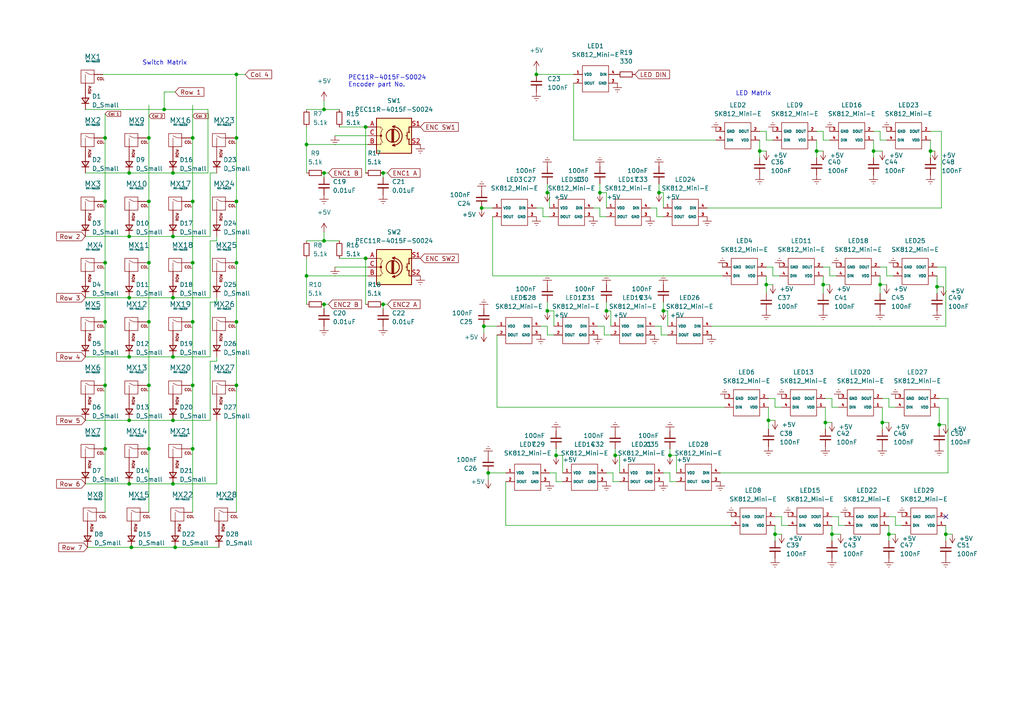
<source format=kicad_sch>
(kicad_sch (version 20211123) (generator eeschema)
  (paper "A4")
  (lib_symbols
    (symbol "Device:C_Small" (pin_numbers hide) (pin_names (offset 0.254) hide)
      (property "Reference" "C" (at 0.254 1.778 0))
      (property "Value" "C_Small" (at 0.254 -2.032 0))
      (symbol "C_Small_1_1"
        (pin passive line (at 0 2.54 270) (length 2.032) (name "~") (number "1"))
        (pin passive line (at 0 -2.54 90) (length 2.032) (name "~") (number "2"))
      )
    )
    (symbol "Device:D_Small" (pin_numbers hide) (pin_names (offset 0.254) hide)
      (property "Reference" "D" (at -1.27 2.032 0))
      (property "Value" "D_Small" (at -3.81 -2.032 0))
      (symbol "D_Small_1_1"
        (pin passive line (at -2.54 0 0) (length 1.778) (name "K") (number "1"))
        (pin passive line (at 2.54 0 180) (length 1.778) (name "A") (number "2"))
      )
    )
    (symbol "Device:R_Small" (pin_numbers hide) (pin_names (offset 0.254) hide)
      (property "Reference" "R" (at 0.762 0.508 0))
      (property "Value" "R_Small" (at 0.762 -1.016 0))
      (symbol "R_Small_1_1"
        (pin passive line (at 0 2.54 270) (length 0.762) (name "~") (number "1"))
        (pin passive line (at 0 -2.54 90) (length 0.762) (name "~") (number "2"))
      )
    )
    (symbol "MX_Alps_Hybrid:MX-NoLED" (pin_names (offset 1.016))
      (property "Reference" "MX" (at -0.635 3.81 0))
      (property "Value" "MX-NoLED" (at -0.635 1.27 0))
      (symbol "MX-NoLED_0_0"
        (text "COL" (at 3.175 0 0) (effects (font (size 0.762 0.762))))
        (text "ROW" (at 0 -1.905 900) (effects (font (size 0.762 0.762)) (justify right)))
      )
      (symbol "MX-NoLED_1_1"
        (pin passive line (at 3.81 1.27 180) (length 2.54) (name "COL") (number "1"))
        (pin passive line (at -1.27 -3.81 90) (length 2.54) (name "ROW") (number "2"))
      )
    )
    (symbol "Reset Switch:PEC11R-4015F-S0024" (pin_names (offset 0.254) hide)
      (property "Reference" "SW" (at 0 6.604 0))
      (property "Value" "PEC11R-4015F-S0024" (at 0 -6.604 0))
      (symbol "PEC11R-4015F-S0024_1_1"
        (pin bidirectional line (at -7.62 2.54 0) (length 2.54) (name "A") (number "A"))
        (pin bidirectional line (at -7.62 -2.54 0) (length 2.54) (name "B") (number "B"))
        (pin bidirectional line (at -7.62 0 0) (length 2.54) (name "C") (number "C"))
        (pin bidirectional line (at 7.62 2.54 180) (length 2.54) (name "S1") (number "S1"))
        (pin bidirectional line (at 7.62 -2.54 180) (length 2.54) (name "S2") (number "S2"))
      )
    )
    (symbol "Reset Switch:SK812_Mini-E"
      (property "Reference" "LED" (at 3.81 1.27 0))
      (property "Value" "SK812_Mini-E" (at 3.81 -8.89 0))
      (symbol "SK812_Mini-E_1_1"
        (pin input line (at -2.54 -2.54 0) (length 2.54) (name "VDD") (number "1"))
        (pin output line (at -2.54 -5.08 0) (length 2.54) (name "DOUT") (number "2"))
        (pin passive line (at 10.16 -5.08 180) (length 2.54) (name "GND") (number "3"))
        (pin input line (at 10.16 -2.54 180) (length 2.54) (name "DIN") (number "4"))
      )
    )
    (symbol "power:+5V" (power) (pin_names (offset 0))
      (property "Value" "+5V" (at 0 3.556 0))
      (symbol "+5V_1_1"
        (pin power_in line (at 0 0 90) (length 0) hide (name "+5V") (number "1"))
      )
    )
    (symbol "power:Earth" (power) (pin_names (offset 0))
      (symbol "Earth_1_1"
        (pin power_in line (at 0 0 270) (length 0) hide (name "Earth") (number "1"))
      )
    )
  )
  (junction (at 158.75 55.88))
  (junction (at 224.79 154.94))
  (junction (at 50.165 86.36))
  (junction (at 158.75 90.17))
  (junction (at 239.395 122.555))
  (junction (at 141.605 137.16))
  (junction (at 257.81 154.94))
  (junction (at 220.345 43.815))
  (junction (at 173.99 55.88))
  (junction (at 68.58 40.005))
  (junction (at 50.165 103.505))
  (junction (at 255.905 122.555))
  (junction (at 253.365 43.815))
  (junction (at 222.885 121.92))
  (junction (at 88.9 41.91))
  (junction (at 37.465 86.36))
  (junction (at 93.98 69.85))
  (junction (at 30.48 130.175))
  (junction (at 238.76 82.55))
  (junction (at 50.165 50.165))
  (junction (at 37.465 50.165))
  (junction (at 43.18 130.175))
  (junction (at 30.48 40.005))
  (junction (at 37.465 140.335))
  (junction (at 191.135 55.88))
  (junction (at 50.165 121.92))
  (junction (at 68.58 93.345))
  (junction (at 47.625 31.75))
  (junction (at 68.58 58.42))
  (junction (at 30.48 58.42))
  (junction (at 236.855 43.815))
  (junction (at 43.18 111.76))
  (junction (at 88.9 80.01))
  (junction (at 106.045 36.83))
  (junction (at 111.125 88.265))
  (junction (at 55.88 76.2))
  (junction (at 111.125 50.165))
  (junction (at 50.8 158.75))
  (junction (at 43.18 58.42))
  (junction (at 50.165 140.335))
  (junction (at 271.78 83.185))
  (junction (at 139.7 60.325))
  (junction (at 37.465 121.92))
  (junction (at 55.88 130.175))
  (junction (at 175.895 90.17))
  (junction (at 269.875 43.815))
  (junction (at 38.1 158.75))
  (junction (at 194.31 132.08))
  (junction (at 30.48 93.345))
  (junction (at 93.98 31.75))
  (junction (at 106.045 74.93))
  (junction (at 68.58 21.59))
  (junction (at 68.58 111.76))
  (junction (at 55.88 58.42))
  (junction (at 178.435 132.08))
  (junction (at 161.29 132.08))
  (junction (at 241.3 154.94))
  (junction (at 43.18 76.2))
  (junction (at 222.25 82.55))
  (junction (at 30.48 76.2))
  (junction (at 272.415 123.19))
  (junction (at 255.27 82.55))
  (junction (at 68.58 76.2))
  (junction (at 274.32 154.94))
  (junction (at 50.165 68.58))
  (junction (at 43.18 40.005))
  (junction (at 93.98 50.165))
  (junction (at 140.335 94.615))
  (junction (at 55.88 93.345))
  (junction (at 30.48 111.76))
  (junction (at 37.465 68.58))
  (junction (at 55.88 40.005))
  (junction (at 37.465 103.505))
  (junction (at 155.575 21.59))
  (junction (at 192.405 90.17))
  (junction (at 93.98 88.265))
  (junction (at 43.18 93.345))
  (junction (at 55.88 111.76))
  (no_connect (at 274.32 149.86))
  (wire (pts (xy 158.75 53.34) (xy 158.75 55.88)))
  (wire (pts (xy 157.48 62.865) (xy 157.48 60.325)))
  (wire (pts (xy 163.195 139.7) (xy 161.29 139.7)))
  (wire (pts (xy 25.4 158.75) (xy 38.1 158.75)))
  (wire (pts (xy 253.365 40.64) (xy 253.365 43.815)))
  (wire (pts (xy 30.48 76.2) (xy 30.48 93.345)))
  (wire (pts (xy 255.27 38.1) (xy 255.27 40.64)))
  (wire (pts (xy 43.18 111.76) (xy 43.18 130.175)))
  (wire (pts (xy 139.7 60.325) (xy 142.875 60.325)))
  (wire (pts (xy 224.155 77.47) (xy 224.155 80.01)))
  (wire (pts (xy 29.845 58.42) (xy 30.48 58.42)))
  (wire (pts (xy 47.625 31.75) (xy 47.625 26.67)))
  (wire (pts (xy 158.75 94.615) (xy 156.845 94.615)))
  (wire (pts (xy 194.31 137.16) (xy 192.405 137.16)))
  (wire (pts (xy 257.81 149.86) (xy 259.715 149.86)))
  (wire (pts (xy 224.79 152.4) (xy 224.79 154.94)))
  (wire (pts (xy 196.215 137.16) (xy 196.215 132.08)))
  (wire (pts (xy 224.155 80.01) (xy 226.06 80.01)))
  (wire (pts (xy 55.245 111.76) (xy 55.88 111.76)))
  (wire (pts (xy 257.175 80.01) (xy 259.08 80.01)))
  (wire (pts (xy 30.48 33.02) (xy 30.48 40.005)))
  (wire (pts (xy 38.1 158.75) (xy 50.8 158.75)))
  (wire (pts (xy 93.98 67.31) (xy 93.98 69.85)))
  (wire (pts (xy 177.8 137.16) (xy 175.895 137.16)))
  (wire (pts (xy 255.905 115.57) (xy 257.81 115.57)))
  (wire (pts (xy 257.175 77.47) (xy 257.175 80.01)))
  (wire (pts (xy 158.75 97.155) (xy 158.75 94.615)))
  (wire (pts (xy 29.845 111.76) (xy 30.48 111.76)))
  (wire (pts (xy 155.575 20.32) (xy 155.575 21.59)))
  (wire (pts (xy 224.79 154.94) (xy 224.79 156.845)))
  (wire (pts (xy 257.81 152.4) (xy 257.81 154.94)))
  (wire (pts (xy 62.865 104.775) (xy 62.865 103.505)))
  (wire (pts (xy 272.415 118.11) (xy 272.415 123.19)))
  (wire (pts (xy 224.79 154.94) (xy 226.695 154.94)))
  (wire (pts (xy 67.945 111.76) (xy 68.58 111.76)))
  (wire (pts (xy 43.18 130.175) (xy 43.18 148.59)))
  (wire (pts (xy 68.58 76.2) (xy 68.58 93.345)))
  (wire (pts (xy 97.155 77.47) (xy 106.68 77.47)))
  (wire (pts (xy 222.25 80.01) (xy 222.25 82.55)))
  (wire (pts (xy 30.48 130.175) (xy 30.48 148.59)))
  (wire (pts (xy 166.37 24.13) (xy 166.37 40.64)))
  (wire (pts (xy 55.88 40.005) (xy 55.88 58.42)))
  (wire (pts (xy 37.465 140.335) (xy 50.165 140.335)))
  (wire (pts (xy 259.715 149.86) (xy 259.715 152.4)))
  (wire (pts (xy 37.465 121.92) (xy 50.165 121.92)))
  (wire (pts (xy 257.81 115.57) (xy 257.81 118.11)))
  (wire (pts (xy 60.96 86.36) (xy 60.96 69.85)))
  (wire (pts (xy 194.31 130.175) (xy 194.31 132.08)))
  (wire (pts (xy 146.685 152.4) (xy 146.685 139.7)))
  (wire (pts (xy 60.96 69.85) (xy 62.865 69.85)))
  (wire (pts (xy 93.98 50.165) (xy 95.25 50.165)))
  (wire (pts (xy 274.32 77.47) (xy 271.78 77.47)))
  (wire (pts (xy 62.865 87.63) (xy 62.865 86.36)))
  (wire (pts (xy 220.345 40.64) (xy 220.345 43.815)))
  (wire (pts (xy 192.405 87.63) (xy 192.405 90.17)))
  (wire (pts (xy 253.365 43.815) (xy 255.905 43.815)))
  (wire (pts (xy 24.765 50.165) (xy 37.465 50.165)))
  (wire (pts (xy 238.76 82.55) (xy 240.665 82.55)))
  (wire (pts (xy 272.415 115.57) (xy 274.955 115.57)))
  (wire (pts (xy 269.875 43.815) (xy 271.145 43.815)))
  (wire (pts (xy 67.945 40.005) (xy 68.58 40.005)))
  (wire (pts (xy 220.345 38.1) (xy 222.25 38.1)))
  (wire (pts (xy 236.855 38.1) (xy 238.76 38.1)))
  (wire (pts (xy 243.205 149.86) (xy 243.205 152.4)))
  (wire (pts (xy 239.395 118.11) (xy 239.395 122.555)))
  (wire (pts (xy 88.9 69.85) (xy 93.98 69.85)))
  (wire (pts (xy 274.32 94.615) (xy 274.32 77.47)))
  (wire (pts (xy 269.875 43.815) (xy 269.875 45.72)))
  (wire (pts (xy 196.215 139.7) (xy 194.31 139.7)))
  (wire (pts (xy 190.5 60.325) (xy 188.595 60.325)))
  (wire (pts (xy 175.895 62.865) (xy 173.99 62.865)))
  (wire (pts (xy 88.9 36.83) (xy 88.9 41.91)))
  (wire (pts (xy 239.395 115.57) (xy 241.3 115.57)))
  (wire (pts (xy 255.27 80.01) (xy 255.27 82.55)))
  (wire (pts (xy 178.435 130.175) (xy 178.435 132.08)))
  (wire (pts (xy 60.96 121.92) (xy 60.96 104.775)))
  (wire (pts (xy 60.96 68.58) (xy 60.96 50.165)))
  (wire (pts (xy 88.9 80.01) (xy 88.9 88.265)))
  (wire (pts (xy 158.75 87.63) (xy 158.75 90.17)))
  (wire (pts (xy 159.385 55.88) (xy 158.75 55.88)))
  (wire (pts (xy 55.245 76.2) (xy 55.88 76.2)))
  (wire (pts (xy 93.98 51.435) (xy 93.98 50.165)))
  (wire (pts (xy 50.165 86.36) (xy 60.96 86.36)))
  (wire (pts (xy 206.375 94.615) (xy 274.32 94.615)))
  (wire (pts (xy 159.385 62.865) (xy 157.48 62.865)))
  (wire (pts (xy 224.79 118.11) (xy 226.695 118.11)))
  (wire (pts (xy 243.205 152.4) (xy 245.11 152.4)))
  (wire (pts (xy 106.045 36.83) (xy 106.68 36.83)))
  (wire (pts (xy 62.865 69.85) (xy 62.865 68.58)))
  (wire (pts (xy 106.045 36.83) (xy 106.045 50.165)))
  (wire (pts (xy 222.25 82.55) (xy 224.155 82.55)))
  (wire (pts (xy 173.99 53.34) (xy 173.99 55.88)))
  (wire (pts (xy 42.545 58.42) (xy 43.18 58.42)))
  (wire (pts (xy 144.145 118.11) (xy 144.145 97.155)))
  (wire (pts (xy 111.125 88.265) (xy 112.395 88.265)))
  (wire (pts (xy 67.945 58.42) (xy 68.58 58.42)))
  (wire (pts (xy 177.165 97.155) (xy 175.26 97.155)))
  (wire (pts (xy 238.76 82.55) (xy 238.76 85.09)))
  (wire (pts (xy 175.26 94.615) (xy 173.355 94.615)))
  (wire (pts (xy 210.185 118.11) (xy 144.145 118.11)))
  (wire (pts (xy 146.685 152.4) (xy 212.09 152.4)))
  (wire (pts (xy 30.48 93.345) (xy 30.48 111.76)))
  (wire (pts (xy 191.135 53.34) (xy 191.135 55.88)))
  (wire (pts (xy 42.545 130.175) (xy 43.18 130.175)))
  (wire (pts (xy 269.875 40.64) (xy 269.875 43.815)))
  (wire (pts (xy 193.675 90.17) (xy 192.405 90.17)))
  (wire (pts (xy 93.98 29.21) (xy 93.98 31.75)))
  (wire (pts (xy 255.905 118.11) (xy 255.905 122.555)))
  (wire (pts (xy 55.245 40.005) (xy 55.88 40.005)))
  (wire (pts (xy 241.3 149.86) (xy 243.205 149.86)))
  (wire (pts (xy 98.425 36.83) (xy 106.045 36.83)))
  (wire (pts (xy 257.81 154.94) (xy 259.715 154.94)))
  (wire (pts (xy 160.655 94.615) (xy 160.655 90.17)))
  (wire (pts (xy 142.875 80.01) (xy 209.55 80.01)))
  (wire (pts (xy 161.29 130.175) (xy 161.29 132.08)))
  (wire (pts (xy 68.58 21.59) (xy 71.12 21.59)))
  (wire (pts (xy 194.31 139.7) (xy 194.31 137.16)))
  (wire (pts (xy 111.125 89.535) (xy 111.125 88.265)))
  (wire (pts (xy 273.05 60.325) (xy 273.05 38.1)))
  (wire (pts (xy 177.165 94.615) (xy 177.165 90.17)))
  (wire (pts (xy 60.96 103.505) (xy 60.96 87.63)))
  (wire (pts (xy 140.335 94.615) (xy 144.145 94.615)))
  (wire (pts (xy 220.345 43.815) (xy 222.25 43.815)))
  (wire (pts (xy 97.155 39.37) (xy 106.68 39.37)))
  (wire (pts (xy 236.855 43.815) (xy 236.855 45.72)))
  (wire (pts (xy 43.18 58.42) (xy 43.18 76.2)))
  (wire (pts (xy 224.79 149.86) (xy 226.695 149.86)))
  (wire (pts (xy 272.415 123.19) (xy 272.415 124.46)))
  (wire (pts (xy 88.9 41.91) (xy 106.68 41.91)))
  (wire (pts (xy 43.18 30.48) (xy 43.18 40.005)))
  (wire (pts (xy 238.76 38.1) (xy 238.76 40.64)))
  (wire (pts (xy 37.465 86.36) (xy 50.165 86.36)))
  (wire (pts (xy 255.905 122.555) (xy 255.905 124.46)))
  (wire (pts (xy 93.98 31.75) (xy 98.425 31.75)))
  (wire (pts (xy 196.215 132.08) (xy 194.31 132.08)))
  (wire (pts (xy 98.425 74.93) (xy 106.045 74.93)))
  (wire (pts (xy 24.765 140.335) (xy 37.465 140.335)))
  (wire (pts (xy 43.18 76.2) (xy 43.18 93.345)))
  (wire (pts (xy 238.76 40.64) (xy 240.665 40.64)))
  (wire (pts (xy 222.885 115.57) (xy 224.79 115.57)))
  (wire (pts (xy 161.29 137.16) (xy 159.385 137.16)))
  (wire (pts (xy 163.195 132.08) (xy 161.29 132.08)))
  (wire (pts (xy 173.99 62.865) (xy 173.99 60.325)))
  (wire (pts (xy 159.385 60.325) (xy 159.385 55.88)))
  (wire (pts (xy 37.465 68.58) (xy 50.165 68.58)))
  (wire (pts (xy 271.78 83.185) (xy 273.685 83.185)))
  (wire (pts (xy 241.3 154.94) (xy 241.3 156.845)))
  (wire (pts (xy 43.18 93.345) (xy 43.18 111.76)))
  (wire (pts (xy 30.48 40.005) (xy 30.48 58.42)))
  (wire (pts (xy 60.96 87.63) (xy 62.865 87.63)))
  (wire (pts (xy 67.945 93.345) (xy 68.58 93.345)))
  (wire (pts (xy 193.675 94.615) (xy 193.675 90.17)))
  (wire (pts (xy 55.245 58.42) (xy 55.88 58.42)))
  (wire (pts (xy 60.96 50.165) (xy 62.865 50.165)))
  (wire (pts (xy 163.195 137.16) (xy 163.195 132.08)))
  (wire (pts (xy 160.655 90.17) (xy 158.75 90.17)))
  (wire (pts (xy 179.705 132.08) (xy 178.435 132.08)))
  (wire (pts (xy 241.3 118.11) (xy 243.205 118.11)))
  (wire (pts (xy 274.32 154.94) (xy 274.32 156.845)))
  (wire (pts (xy 60.325 50.165) (xy 60.325 31.75)))
  (wire (pts (xy 50.8 158.75) (xy 63.5 158.75)))
  (wire (pts (xy 68.58 21.59) (xy 29.845 21.59)))
  (wire (pts (xy 24.765 121.92) (xy 37.465 121.92)))
  (wire (pts (xy 88.9 80.01) (xy 106.68 80.01)))
  (wire (pts (xy 239.395 122.555) (xy 239.395 124.46)))
  (wire (pts (xy 88.9 31.75) (xy 93.98 31.75)))
  (wire (pts (xy 222.25 38.1) (xy 222.25 40.64)))
  (wire (pts (xy 224.79 115.57) (xy 224.79 118.11)))
  (wire (pts (xy 37.465 50.165) (xy 50.165 50.165)))
  (wire (pts (xy 55.245 93.345) (xy 55.88 93.345)))
  (wire (pts (xy 24.765 86.36) (xy 37.465 86.36)))
  (wire (pts (xy 253.365 43.815) (xy 253.365 45.72)))
  (wire (pts (xy 37.465 103.505) (xy 50.165 103.505)))
  (wire (pts (xy 55.88 111.76) (xy 55.88 130.175)))
  (wire (pts (xy 42.545 76.2) (xy 43.18 76.2)))
  (wire (pts (xy 259.715 152.4) (xy 261.62 152.4)))
  (wire (pts (xy 255.27 82.55) (xy 255.27 85.09)))
  (wire (pts (xy 222.25 82.55) (xy 222.25 85.09)))
  (wire (pts (xy 205.105 60.325) (xy 273.05 60.325)))
  (wire (pts (xy 106.045 74.93) (xy 106.045 88.265)))
  (wire (pts (xy 111.125 50.165) (xy 112.395 50.165)))
  (wire (pts (xy 29.845 93.345) (xy 30.48 93.345)))
  (wire (pts (xy 222.885 121.92) (xy 224.79 121.92)))
  (wire (pts (xy 272.415 123.19) (xy 274.32 123.19)))
  (wire (pts (xy 155.575 21.59) (xy 166.37 21.59)))
  (wire (pts (xy 29.845 130.175) (xy 30.48 130.175)))
  (wire (pts (xy 50.165 103.505) (xy 60.96 103.505)))
  (wire (pts (xy 255.905 122.555) (xy 257.81 122.555)))
  (wire (pts (xy 257.81 118.11) (xy 259.715 118.11)))
  (wire (pts (xy 93.98 89.535) (xy 93.98 88.265)))
  (wire (pts (xy 236.855 40.64) (xy 236.855 43.815)))
  (wire (pts (xy 192.405 60.325) (xy 192.405 55.88)))
  (wire (pts (xy 274.955 115.57) (xy 274.955 137.16)))
  (wire (pts (xy 42.545 111.76) (xy 43.18 111.76)))
  (wire (pts (xy 239.395 122.555) (xy 241.3 122.555)))
  (wire (pts (xy 42.545 40.005) (xy 43.18 40.005)))
  (wire (pts (xy 240.665 77.47) (xy 240.665 80.01)))
  (wire (pts (xy 192.405 62.865) (xy 190.5 62.865)))
  (wire (pts (xy 68.58 111.76) (xy 68.58 148.59)))
  (wire (pts (xy 175.26 97.155) (xy 175.26 94.615)))
  (wire (pts (xy 68.58 58.42) (xy 68.58 76.2)))
  (wire (pts (xy 179.705 137.16) (xy 179.705 132.08)))
  (wire (pts (xy 189.865 94.615) (xy 191.77 94.615)))
  (wire (pts (xy 140.335 96.52) (xy 140.335 94.615)))
  (wire (pts (xy 55.88 93.345) (xy 55.88 111.76)))
  (wire (pts (xy 55.88 130.175) (xy 55.88 148.59)))
  (wire (pts (xy 160.655 97.155) (xy 158.75 97.155)))
  (wire (pts (xy 157.48 60.325) (xy 155.575 60.325)))
  (wire (pts (xy 50.165 50.165) (xy 60.325 50.165)))
  (wire (pts (xy 190.5 62.865) (xy 190.5 60.325)))
  (wire (pts (xy 24.765 103.505) (xy 37.465 103.505)))
  (wire (pts (xy 30.48 111.76) (xy 30.48 130.175)))
  (wire (pts (xy 141.605 139.065) (xy 141.605 137.16)))
  (wire (pts (xy 177.8 139.7) (xy 177.8 137.16)))
  (wire (pts (xy 93.98 69.85) (xy 98.425 69.85)))
  (wire (pts (xy 179.705 139.7) (xy 177.8 139.7)))
  (wire (pts (xy 50.165 68.58) (xy 60.96 68.58)))
  (wire (pts (xy 208.915 137.16) (xy 274.955 137.16)))
  (wire (pts (xy 222.25 77.47) (xy 224.155 77.47)))
  (wire (pts (xy 68.58 21.59) (xy 68.58 40.005)))
  (wire (pts (xy 47.625 26.67) (xy 50.8 26.67)))
  (wire (pts (xy 238.76 80.01) (xy 238.76 82.55)))
  (wire (pts (xy 226.695 149.86) (xy 226.695 152.4)))
  (wire (pts (xy 55.245 130.175) (xy 55.88 130.175)))
  (wire (pts (xy 271.78 83.185) (xy 271.78 85.09)))
  (wire (pts (xy 68.58 40.005) (xy 68.58 58.42)))
  (wire (pts (xy 172.085 60.325) (xy 173.99 60.325)))
  (wire (pts (xy 255.27 82.55) (xy 257.175 82.55)))
  (wire (pts (xy 50.165 140.335) (xy 62.865 140.335)))
  (wire (pts (xy 193.675 97.155) (xy 191.77 97.155)))
  (wire (pts (xy 253.365 38.1) (xy 255.27 38.1)))
  (wire (pts (xy 62.865 140.335) (xy 62.865 121.92)))
  (wire (pts (xy 88.9 41.91) (xy 88.9 50.165)))
  (wire (pts (xy 191.77 97.155) (xy 191.77 94.615)))
  (wire (pts (xy 238.76 77.47) (xy 240.665 77.47)))
  (wire (pts (xy 24.765 68.58) (xy 37.465 68.58)))
  (wire (pts (xy 222.25 40.64) (xy 224.155 40.64)))
  (wire (pts (xy 220.345 43.815) (xy 220.345 45.72)))
  (wire (pts (xy 141.605 137.16) (xy 146.685 137.16)))
  (wire (pts (xy 175.895 87.63) (xy 175.895 90.17)))
  (wire (pts (xy 50.165 121.92) (xy 60.96 121.92)))
  (wire (pts (xy 43.18 40.005) (xy 43.18 58.42)))
  (wire (pts (xy 255.27 40.64) (xy 257.175 40.64)))
  (wire (pts (xy 255.27 77.47) (xy 257.175 77.47)))
  (wire (pts (xy 271.78 80.01) (xy 271.78 83.185)))
  (wire (pts (xy 68.58 93.345) (xy 68.58 111.76)))
  (wire (pts (xy 93.98 88.265) (xy 95.25 88.265)))
  (wire (pts (xy 222.885 118.11) (xy 222.885 121.92)))
  (wire (pts (xy 29.845 40.005) (xy 30.48 40.005)))
  (wire (pts (xy 29.845 76.2) (xy 30.48 76.2)))
  (wire (pts (xy 274.32 154.94) (xy 276.225 154.94)))
  (wire (pts (xy 67.945 76.2) (xy 68.58 76.2)))
  (wire (pts (xy 241.3 115.57) (xy 241.3 118.11)))
  (wire (pts (xy 226.695 152.4) (xy 228.6 152.4)))
  (wire (pts (xy 273.05 38.1) (xy 269.875 38.1)))
  (wire (pts (xy 142.875 62.865) (xy 142.875 80.01)))
  (wire (pts (xy 111.125 50.165) (xy 111.125 51.435)))
  (wire (pts (xy 177.165 90.17) (xy 175.895 90.17)))
  (wire (pts (xy 274.32 152.4) (xy 274.32 154.94)))
  (wire (pts (xy 241.3 152.4) (xy 241.3 154.94)))
  (wire (pts (xy 236.855 43.815) (xy 238.76 43.815)))
  (wire (pts (xy 175.895 60.325) (xy 175.895 55.88)))
  (wire (pts (xy 47.625 31.75) (xy 24.765 31.75)))
  (wire (pts (xy 42.545 93.345) (xy 43.18 93.345)))
  (wire (pts (xy 175.895 55.88) (xy 173.99 55.88)))
  (wire (pts (xy 55.88 58.42) (xy 55.88 76.2)))
  (wire (pts (xy 55.88 76.2) (xy 55.88 93.345)))
  (wire (pts (xy 106.045 74.93) (xy 106.68 74.93)))
  (wire (pts (xy 88.9 74.93) (xy 88.9 80.01)))
  (wire (pts (xy 192.405 55.88) (xy 191.135 55.88)))
  (wire (pts (xy 161.29 139.7) (xy 161.29 137.16)))
  (wire (pts (xy 257.81 154.94) (xy 257.81 156.845)))
  (wire (pts (xy 222.885 121.92) (xy 222.885 124.46)))
  (wire (pts (xy 60.325 31.75) (xy 47.625 31.75)))
  (wire (pts (xy 240.665 80.01) (xy 242.57 80.01)))
  (wire (pts (xy 166.37 40.64) (xy 207.645 40.64)))
  (wire (pts (xy 60.96 104.775) (xy 62.865 104.775)))
  (wire (pts (xy 241.3 154.94) (xy 243.84 154.94)))
  (wire (pts (xy 55.88 30.48) (xy 55.88 40.005)))
  (wire (pts (xy 30.48 58.42) (xy 30.48 76.2)))
  (text "Switch Matrix\n" (at 41.275 19.05 0) (effects (font (size 1.27 1.27)) (justify left bottom)))
  (text "LED Matrix\n" (at 213.36 27.94 0) (effects (font (size 1.27 1.27)) (justify left bottom)))
  (text "PEC11R-4015F-S0024\nEncoder part No." (at 100.965 25.4 0) (effects (font (size 1.27 1.27)) (justify left bottom)))
  (global_label "Col 1" (shape input) (at 30.48 33.02 0) (effects (font (size 0.75 0.75))) (property "Intersheet References" "${INTERSHEET_REFS}" (effects hide)))
  (global_label "ENC SW2" (shape input) (at 121.92 74.93 0) (property "Intersheet References" "${INTERSHEET_REFS}" (effects hide)))
  (global_label "ENC1 B" (shape input) (at 95.25 50.165 0) (property "Intersheet References" "${INTERSHEET_REFS}" (effects hide)))
  (global_label "Row 1" (shape input) (at 50.8 26.67 0) (property "Intersheet References" "${INTERSHEET_REFS}" (effects hide)))
  (global_label "Row 2" (shape input) (at 24.765 68.58 180) (property "Intersheet References" "${INTERSHEET_REFS}" (effects hide)))
  (global_label "ENC1 A" (shape input) (at 112.395 50.165 0) (property "Intersheet References" "${INTERSHEET_REFS}" (effects hide)))
  (global_label "Row 6" (shape input) (at 24.765 140.335 180) (property "Intersheet References" "${INTERSHEET_REFS}" (effects hide)))
  (global_label "ENC SW1" (shape input) (at 121.92 36.83 0) (property "Intersheet References" "${INTERSHEET_REFS}" (effects hide)))
  (global_label "Row 4" (shape input) (at 24.765 103.505 180) (property "Intersheet References" "${INTERSHEET_REFS}" (effects hide)))
  (global_label "LED DIN" (shape input) (at 184.15 21.59 0) (property "Intersheet References" "${INTERSHEET_REFS}" (effects hide)))
  (global_label "Col 2" (shape input) (at 43.18 33.655 0) (effects (font (size 0.75 0.75))) (property "Intersheet References" "${INTERSHEET_REFS}" (effects hide)))
  (global_label "Row 5" (shape input) (at 24.765 121.92 180) (property "Intersheet References" "${INTERSHEET_REFS}" (effects hide)))
  (global_label "ENC2 A" (shape input) (at 112.395 88.265 0) (property "Intersheet References" "${INTERSHEET_REFS}" (effects hide)))
  (global_label "Col 4" (shape input) (at 71.12 21.59 0) (property "Intersheet References" "${INTERSHEET_REFS}" (effects hide)))
  (global_label "Col 3" (shape input) (at 55.88 33.655 0) (effects (font (size 0.75 0.75))) (property "Intersheet References" "${INTERSHEET_REFS}" (effects hide)))
  (global_label "ENC2 B" (shape input) (at 95.25 88.265 0) (property "Intersheet References" "${INTERSHEET_REFS}" (effects hide)))
  (global_label "Row 7" (shape input) (at 25.4 158.75 180) (property "Intersheet References" "${INTERSHEET_REFS}" (effects hide)))
  (global_label "Row 3" (shape input) (at 24.765 86.36 180) (property "Intersheet References" "${INTERSHEET_REFS}" (effects hide)))
  (symbol (lib_id "power:Earth") (at 259.715 115.57 180) (unit 1)
    (property "Reference" "#PWR0128" (effects hide))
    (property "Value" "Earth" (effects hide))
  )
  (symbol (lib_id "power:Earth") (at 238.76 90.17 0) (unit 1)
    (property "Reference" "#PWR0111" (effects hide))
    (property "Value" "Earth" (effects hide))
  )
  (symbol (lib_id "MX_Alps_Hybrid:MX-NoLED") (at 26.035 22.86 0) (unit 1)
    (property "Reference" "MX1" (at 26.9206 16.51 0) (effects (font (size 1.524 1.524))))
    (property "Value" "MX-NoLED" (at 26.9206 17.78 0) (effects (font (size 0.508 0.508))))
    (property "Footprint" "MX_Only:MXOnly-1U-Hotswap" (effects hide))
  )
  (symbol (lib_id "MX_Alps_Hybrid:MX-NoLED") (at 51.435 77.47 0) (unit 1)
    (property "Reference" "MX18" (at 52.9556 71.12 0) (effects (font (size 1.524 1.524))))
    (property "Value" "MX-NoLED" (at 52.3206 72.39 0) (effects (font (size 0.508 0.508))))
    (property "Footprint" "MX_Only:MXOnly-1U-Hotswap" (effects hide))
  )
  (symbol (lib_id "power:+5V") (at 276.225 154.94 180) (unit 1)
    (property "Reference" "#PWR0138" (effects hide))
    (property "Value" "+5V" (at 278.13 156.2099 0) (effects (justify right)))
  )
  (symbol (lib_id "power:Earth") (at 159.385 139.7 0) (unit 1)
    (property "Reference" "#PWR058" (effects hide))
    (property "Value" "Earth" (effects hide))
  )
  (symbol (lib_id "power:Earth") (at 141.605 132.08 180) (unit 1)
    (property "Reference" "#PWR064" (effects hide))
    (property "Value" "Earth" (effects hide))
  )
  (symbol (lib_id "power:+5V") (at 271.145 43.815 180) (unit 1)
    (property "Reference" "#PWR0132" (effects hide))
    (property "Value" "+5V" (at 273.05 45.0849 0) (effects (justify right)))
  )
  (symbol (lib_id "power:Earth") (at 242.57 77.47 180) (unit 1)
    (property "Reference" "#PWR0116" (effects hide))
    (property "Value" "Earth" (effects hide))
  )
  (symbol (lib_id "Device:D_Small") (at 62.865 119.38 90) (unit 1)
    (property "Reference" "D27" (at 64.77 118.1099 90) (effects (justify right)))
    (property "Value" "D_Small" (at 64.77 120.6499 90) (effects (justify right)))
    (property "Footprint" "Diode_SMD:D_SOD-523" (effects hide))
  )
  (symbol (lib_id "power:+5V") (at 238.76 43.815 180) (unit 1)
    (property "Reference" "#PWR0110" (effects hide))
    (property "Value" "+5V" (at 240.665 45.0849 0) (effects (justify right)))
  )
  (symbol (lib_id "Device:C_Small") (at 192.405 85.09 180) (unit 1)
    (property "Reference" "C34" (at 189.23 86.3538 0) (effects (justify left)))
    (property "Value" "100nF" (at 189.23 83.8138 0) (effects (justify left)))
    (property "Footprint" "Capacitor_SMD:C_0603_1608Metric_Pad1.08x0.95mm_HandSolder" (effects hide))
  )
  (symbol (lib_id "Device:C_Small") (at 274.32 159.385 0) (unit 1)
    (property "Reference" "C51" (at 277.495 158.1212 0) (effects (justify left)))
    (property "Value" "100nF" (at 277.495 160.6612 0) (effects (justify left)))
    (property "Footprint" "Capacitor_SMD:C_0603_1608Metric_Pad1.08x0.95mm_HandSolder" (effects hide))
  )
  (symbol (lib_id "MX_Alps_Hybrid:MX-NoLED") (at 64.135 77.47 0) (unit 1)
    (property "Reference" "MX25" (at 65.6556 71.12 0) (effects (font (size 1.524 1.524))))
    (property "Value" "MX-NoLED" (at 65.0206 72.39 0) (effects (font (size 0.508 0.508))))
    (property "Footprint" "MX_Only:MXOnly-1U-Hotswap" (effects hide))
  )
  (symbol (lib_id "Device:D_Small") (at 50.8 156.21 90) (unit 1)
    (property "Reference" "D22" (at 52.705 154.9399 90) (effects (justify right)))
    (property "Value" "D_Small" (at 52.705 157.4799 90) (effects (justify right)))
    (property "Footprint" "Diode_SMD:D_SOD-523" (effects hide))
  )
  (symbol (lib_id "Device:R_Small") (at 91.44 50.165 270) (unit 1)
    (property "Reference" "R9" (at 91.44 44.45 90))
    (property "Value" "5.1k" (at 91.44 46.99 90))
    (property "Footprint" "Resistor_SMD:R_0603_1608Metric_Pad0.98x0.95mm_HandSolder" (effects hide))
  )
  (symbol (lib_id "power:Earth") (at 189.865 97.155 0) (unit 1)
    (property "Reference" "#PWR070" (effects hide))
    (property "Value" "Earth" (effects hide))
  )
  (symbol (lib_id "Device:C_Small") (at 269.875 48.26 0) (unit 1)
    (property "Reference" "C48" (at 273.05 46.9962 0) (effects (justify left)))
    (property "Value" "100nF" (at 273.05 49.5362 0) (effects (justify left)))
    (property "Footprint" "Capacitor_SMD:C_0603_1608Metric_Pad1.08x0.95mm_HandSolder" (effects hide))
  )
  (symbol (lib_id "Device:C_Small") (at 158.75 50.8 180) (unit 1)
    (property "Reference" "C27" (at 155.575 52.0638 0) (effects (justify left)))
    (property "Value" "100nF" (at 155.575 49.5238 0) (effects (justify left)))
    (property "Footprint" "Capacitor_SMD:C_0603_1608Metric_Pad1.08x0.95mm_HandSolder" (effects hide))
  )
  (symbol (lib_id "power:Earth") (at 178.435 125.095 180) (unit 1)
    (property "Reference" "#PWR085" (effects hide))
    (property "Value" "Earth" (effects hide))
  )
  (symbol (lib_id "power:+5V") (at 257.81 122.555 180) (unit 1)
    (property "Reference" "#PWR0125" (effects hide))
    (property "Value" "+5V" (at 259.715 123.8249 0) (effects (justify right)))
  )
  (symbol (lib_id "Device:D_Small") (at 50.165 119.38 90) (unit 1)
    (property "Reference" "D20" (at 52.07 118.1099 90) (effects (justify right)))
    (property "Value" "D_Small" (at 52.07 120.6499 90) (effects (justify right)))
    (property "Footprint" "Diode_SMD:D_SOD-523" (effects hide))
  )
  (symbol (lib_id "power:Earth") (at 188.595 62.865 0) (unit 1)
    (property "Reference" "#PWR068" (effects hide))
    (property "Value" "Earth" (effects hide))
  )
  (symbol (lib_id "Reset Switch:SK812_Mini-E") (at 252.73 82.55 180) (unit 1)
    (property "Reference" "LED18" (at 248.92 69.85 0))
    (property "Value" "SK812_Mini-E" (at 248.92 72.39 0))
    (property "Footprint" "Reset Switch:SK812 Mini-E" (effects hide))
  )
  (symbol (lib_id "Reset Switch:SK812_Mini-E") (at 271.78 154.94 180) (unit 1)
    (property "Reference" "LED29" (at 267.97 142.24 0))
    (property "Value" "SK812_Mini-E" (at 267.97 144.78 0))
    (property "Footprint" "Reset Switch:SK812 Mini-E" (effects hide))
  )
  (symbol (lib_id "power:Earth") (at 261.62 149.86 180) (unit 1)
    (property "Reference" "#PWR0130" (effects hide))
    (property "Value" "Earth" (effects hide))
  )
  (symbol (lib_id "Device:D_Small") (at 50.165 100.965 90) (unit 1)
    (property "Reference" "D19" (at 52.07 99.6949 90) (effects (justify right)))
    (property "Value" "D_Small" (at 52.07 102.2349 90) (effects (justify right)))
    (property "Footprint" "Diode_SMD:D_SOD-523" (effects hide))
  )
  (symbol (lib_id "MX_Alps_Hybrid:MX-NoLED") (at 39.37 149.86 0) (unit 1)
    (property "Reference" "MX15" (at 40.2556 143.51 0) (effects (font (size 1.524 1.524))))
    (property "Value" "MX-NoLED" (at 40.2556 144.78 0) (effects (font (size 0.508 0.508))))
    (property "Footprint" "MX_Only:MXOnly-1U-Hotswap" (effects hide))
  )
  (symbol (lib_id "Device:D_Small") (at 50.165 47.625 90) (unit 1)
    (property "Reference" "D16" (at 52.07 46.3549 90) (effects (justify right)))
    (property "Value" "D_Small" (at 52.07 48.8949 90) (effects (justify right)))
    (property "Footprint" "Diode_SMD:D_SOD-523" (effects hide))
  )
  (symbol (lib_id "power:Earth") (at 175.895 139.7 0) (unit 1)
    (property "Reference" "#PWR065" (effects hide))
    (property "Value" "Earth" (effects hide))
  )
  (symbol (lib_id "Device:D_Small") (at 62.865 83.82 90) (unit 1)
    (property "Reference" "D25" (at 64.77 82.5499 90) (effects (justify right)))
    (property "Value" "D_Small" (at 64.77 85.0899 90) (effects (justify right)))
    (property "Footprint" "Diode_SMD:D_SOD-523" (effects hide))
  )
  (symbol (lib_id "power:Earth") (at 257.175 38.1 180) (unit 1)
    (property "Reference" "#PWR075" (effects hide))
    (property "Value" "Earth" (effects hide))
  )
  (symbol (lib_id "Reset Switch:PEC11R-4015F-S0024") (at 114.3 77.47 0) (unit 1)
    (property "Reference" "SW2" (at 114.3 67.31 0))
    (property "Value" "PEC11R-4015F-S0024" (at 114.3 69.85 0))
    (property "Footprint" "Reset Switch:PEC11R-4015F-S0024" (effects hide))
  )
  (symbol (lib_id "Device:C_Small") (at 236.855 48.26 0) (unit 1)
    (property "Reference" "C40" (at 240.03 46.9962 0) (effects (justify left)))
    (property "Value" "100nF" (at 240.03 49.5362 0) (effects (justify left)))
    (property "Footprint" "Capacitor_SMD:C_0603_1608Metric_Pad1.08x0.95mm_HandSolder" (effects hide))
  )
  (symbol (lib_id "Reset Switch:SK812_Mini-E") (at 269.875 120.65 180) (unit 1)
    (property "Reference" "LED27" (at 266.065 107.95 0))
    (property "Value" "SK812_Mini-E" (at 266.065 110.49 0))
    (property "Footprint" "Reset Switch:SK812 Mini-E" (effects hide))
  )
  (symbol (lib_id "power:Earth") (at 207.645 38.1 180) (unit 1)
    (property "Reference" "#PWR053" (effects hide))
    (property "Value" "Earth" (effects hide))
  )
  (symbol (lib_id "power:Earth") (at 226.695 115.57 180) (unit 1)
    (property "Reference" "#PWR0106" (effects hide))
    (property "Value" "Earth" (effects hide))
  )
  (symbol (lib_id "MX_Alps_Hybrid:MX-NoLED") (at 51.435 59.69 0) (unit 1)
    (property "Reference" "MX17" (at 52.3206 53.34 0) (effects (font (size 1.524 1.524))))
    (property "Value" "MX-NoLED" (at 52.3206 54.61 0) (effects (font (size 0.508 0.508))))
    (property "Footprint" "MX_Only:MXOnly-1U-Hotswap" (effects hide))
  )
  (symbol (lib_id "MX_Alps_Hybrid:MX-NoLED") (at 26.035 113.03 0) (unit 1)
    (property "Reference" "MX6" (at 26.9206 106.68 0) (effects (font (size 1.524 1.524))))
    (property "Value" "MX-NoLED" (at 26.9206 107.95 0) (effects (font (size 0.508 0.508))))
    (property "Footprint" "MX_Only:MXOnly-1U-Hotswap" (effects hide))
  )
  (symbol (lib_id "power:Earth") (at 245.11 149.86 180) (unit 1)
    (property "Reference" "#PWR0119" (effects hide))
    (property "Value" "Earth" (effects hide))
  )
  (symbol (lib_id "power:Earth") (at 121.92 41.91 0) (unit 1)
    (property "Reference" "#PWR048" (effects hide))
    (property "Value" "Earth" (effects hide))
  )
  (symbol (lib_id "power:+5V") (at 158.75 55.88 180) (unit 1)
    (property "Reference" "#PWR071" (effects hide))
    (property "Value" "+5V" (at 160.655 57.1499 0) (effects (justify right)))
  )
  (symbol (lib_id "power:Earth") (at 220.345 50.8 0) (unit 1)
    (property "Reference" "#PWR096" (effects hide))
    (property "Value" "Earth" (effects hide))
  )
  (symbol (lib_id "MX_Alps_Hybrid:MX-NoLED") (at 38.735 41.275 0) (unit 1)
    (property "Reference" "MX9" (at 39.6206 34.925 0) (effects (font (size 1.524 1.524))))
    (property "Value" "MX-NoLED" (at 39.6206 36.195 0) (effects (font (size 0.508 0.508))))
    (property "Footprint" "MX_Only:MXOnly-1U-Hotswap" (effects hide))
  )
  (symbol (lib_id "power:Earth") (at 158.75 82.55 180) (unit 1)
    (property "Reference" "#PWR073" (effects hide))
    (property "Value" "Earth" (effects hide))
  )
  (symbol (lib_id "Device:D_Small") (at 24.765 29.21 90) (unit 1)
    (property "Reference" "D1" (at 26.67 27.9399 90) (effects (justify right)))
    (property "Value" "D_Small" (at 26.67 30.4799 90) (effects (justify right)))
    (property "Footprint" "Diode_SMD:D_SOD-523" (effects hide))
  )
  (symbol (lib_id "power:Earth") (at 192.405 139.7 0) (unit 1)
    (property "Reference" "#PWR072" (effects hide))
    (property "Value" "Earth" (effects hide))
  )
  (symbol (lib_id "power:Earth") (at 139.7 55.245 180) (unit 1)
    (property "Reference" "#PWR055" (effects hide))
    (property "Value" "Earth" (effects hide))
  )
  (symbol (lib_id "power:+5V") (at 226.695 154.94 180) (unit 1)
    (property "Reference" "#PWR0107" (effects hide))
    (property "Value" "+5V" (at 228.6 156.2099 0) (effects (justify right)))
  )
  (symbol (lib_id "power:Earth") (at 206.375 97.155 0) (unit 1)
    (property "Reference" "#PWR078" (effects hide))
    (property "Value" "Earth" (effects hide))
  )
  (symbol (lib_id "power:Earth") (at 93.98 56.515 0) (unit 1)
    (property "Reference" "#PWR041" (effects hide))
    (property "Value" "Earth" (effects hide))
  )
  (symbol (lib_id "power:+5V") (at 192.405 90.17 180) (unit 1)
    (property "Reference" "#PWR090" (effects hide))
    (property "Value" "+5V" (at 194.31 91.4399 0) (effects (justify right)))
  )
  (symbol (lib_id "Reset Switch:SK812_Mini-E") (at 182.245 134.62 0) (unit 1)
    (property "Reference" "LED21" (at 186.055 128.905 0))
    (property "Value" "SK812_Mini-E" (at 186.055 131.445 0))
    (property "Footprint" "Reset Switch:SK812 Mini-E" (effects hide))
  )
  (symbol (lib_id "power:+5V") (at 222.25 43.815 180) (unit 1)
    (property "Reference" "#PWR097" (effects hide))
    (property "Value" "+5V" (at 224.155 45.0849 0) (effects (justify right)))
  )
  (symbol (lib_id "Reset Switch:SK812_Mini-E") (at 236.855 120.65 180) (unit 1)
    (property "Reference" "LED13" (at 233.045 107.95 0))
    (property "Value" "SK812_Mini-E" (at 233.045 110.49 0))
    (property "Footprint" "Reset Switch:SK812 Mini-E" (effects hide))
  )
  (symbol (lib_id "MX_Alps_Hybrid:MX-NoLED") (at 38.735 94.615 0) (unit 1)
    (property "Reference" "MX12" (at 39.6206 88.265 0) (effects (font (size 1.524 1.524))))
    (property "Value" "MX-NoLED" (at 39.6206 89.535 0) (effects (font (size 0.508 0.508))))
    (property "Footprint" "MX_Only:MXOnly-1U-Hotswap" (effects hide))
  )
  (symbol (lib_id "Device:C_Small") (at 155.575 24.13 0) (unit 1)
    (property "Reference" "C23" (at 158.75 22.8662 0) (effects (justify left)))
    (property "Value" "100nF" (at 158.75 25.4062 0) (effects (justify left)))
    (property "Footprint" "Capacitor_SMD:C_0603_1608Metric_Pad1.08x0.95mm_HandSolder" (effects hide))
  )
  (symbol (lib_id "Device:R_Small") (at 88.9 72.39 0) (unit 1)
    (property "Reference" "R8" (at 90.805 71.1199 0) (effects (justify left)))
    (property "Value" "5.1k" (at 90.805 73.6599 0) (effects (justify left)))
    (property "Footprint" "Resistor_SMD:R_0603_1608Metric_Pad0.98x0.95mm_HandSolder" (effects hide))
  )
  (symbol (lib_id "power:Earth") (at 205.105 62.865 0) (unit 1)
    (property "Reference" "#PWR076" (effects hide))
    (property "Value" "Earth" (effects hide))
  )
  (symbol (lib_id "power:Earth") (at 158.75 48.26 180) (unit 1)
    (property "Reference" "#PWR069" (effects hide))
    (property "Value" "Earth" (effects hide))
  )
  (symbol (lib_id "power:+5V") (at 191.135 55.88 180) (unit 1)
    (property "Reference" "#PWR088" (effects hide))
    (property "Value" "+5V" (at 193.04 57.1499 0) (effects (justify right)))
  )
  (symbol (lib_id "power:Earth") (at 222.885 129.54 0) (unit 1)
    (property "Reference" "#PWR099" (effects hide))
    (property "Value" "Earth" (effects hide))
  )
  (symbol (lib_id "Device:D_Small") (at 24.765 83.82 90) (unit 1)
    (property "Reference" "D4" (at 26.67 82.5499 90) (effects (justify right)))
    (property "Value" "D_Small" (at 26.67 85.0899 90) (effects (justify right)))
    (property "Footprint" "Diode_SMD:D_SOD-523" (effects hide))
  )
  (symbol (lib_id "Device:D_Small") (at 62.865 66.04 90) (unit 1)
    (property "Reference" "D24" (at 64.77 64.7699 90) (effects (justify right)))
    (property "Value" "D_Small" (at 64.77 67.3099 90) (effects (justify right)))
    (property "Footprint" "Diode_SMD:D_SOD-523" (effects hide))
  )
  (symbol (lib_id "power:Earth") (at 239.395 129.54 0) (unit 1)
    (property "Reference" "#PWR0112" (effects hide))
    (property "Value" "Earth" (effects hide))
  )
  (symbol (lib_id "power:+5V") (at 140.335 96.52 180) (unit 1)
    (property "Reference" "#PWR062" (effects hide))
    (property "Value" "+5V" (at 134.62 97.79 0) (effects (justify right)))
  )
  (symbol (lib_id "power:+5V") (at 259.715 154.94 180) (unit 1)
    (property "Reference" "#PWR0129" (effects hide))
    (property "Value" "+5V" (at 261.62 156.2099 0) (effects (justify right)))
  )
  (symbol (lib_id "Device:D_Small") (at 37.465 47.625 90) (unit 1)
    (property "Reference" "D9" (at 39.37 46.3549 90) (effects (justify right)))
    (property "Value" "D_Small" (at 39.37 48.8949 90) (effects (justify right)))
    (property "Footprint" "Diode_SMD:D_SOD-523" (effects hide))
  )
  (symbol (lib_id "Device:D_Small") (at 37.465 66.04 90) (unit 1)
    (property "Reference" "D10" (at 39.37 64.7699 90) (effects (justify right)))
    (property "Value" "D_Small" (at 39.37 67.3099 90) (effects (justify right)))
    (property "Footprint" "Diode_SMD:D_SOD-523" (effects hide))
  )
  (symbol (lib_id "MX_Alps_Hybrid:MX-NoLED") (at 38.735 113.03 0) (unit 1)
    (property "Reference" "MX13" (at 39.6206 106.68 0) (effects (font (size 1.524 1.524))))
    (property "Value" "MX-NoLED" (at 39.6206 107.95 0) (effects (font (size 0.508 0.508))))
    (property "Footprint" "MX_Only:MXOnly-1U-Hotswap" (effects hide))
  )
  (symbol (lib_id "Device:C_Small") (at 253.365 48.26 0) (unit 1)
    (property "Reference" "C44" (at 256.54 46.9962 0) (effects (justify left)))
    (property "Value" "100nF" (at 256.54 49.5362 0) (effects (justify left)))
    (property "Footprint" "Capacitor_SMD:C_0603_1608Metric_Pad1.08x0.95mm_HandSolder" (effects hide))
  )
  (symbol (lib_id "Device:D_Small") (at 24.765 137.795 90) (unit 1)
    (property "Reference" "D7" (at 26.67 136.5249 90) (effects (justify right)))
    (property "Value" "D_Small" (at 26.67 139.0649 90) (effects (justify right)))
    (property "Footprint" "Diode_SMD:D_SOD-523" (effects hide))
  )
  (symbol (lib_id "power:+5V") (at 243.84 154.94 180) (unit 1)
    (property "Reference" "#PWR0118" (effects hide))
    (property "Value" "+5V" (at 245.745 156.2099 0) (effects (justify right)))
  )
  (symbol (lib_id "power:+5V") (at 224.79 121.92 180) (unit 1)
    (property "Reference" "#PWR0103" (effects hide))
    (property "Value" "+5V" (at 226.695 123.1899 0) (effects (justify right)))
  )
  (symbol (lib_id "power:Earth") (at 173.355 97.155 0) (unit 1)
    (property "Reference" "#PWR063" (effects hide))
    (property "Value" "Earth" (effects hide))
  )
  (symbol (lib_id "Device:D_Small") (at 50.165 83.82 90) (unit 1)
    (property "Reference" "D18" (at 52.07 82.5499 90) (effects (justify right)))
    (property "Value" "D_Small" (at 52.07 85.0899 90) (effects (justify right)))
    (property "Footprint" "Diode_SMD:D_SOD-523" (effects hide))
  )
  (symbol (lib_id "power:Earth") (at 140.335 89.535 180) (unit 1)
    (property "Reference" "#PWR059" (effects hide))
    (property "Value" "Earth" (effects hide))
  )
  (symbol (lib_id "MX_Alps_Hybrid:MX-NoLED") (at 51.435 131.445 0) (unit 1)
    (property "Reference" "MX21" (at 52.3206 125.095 0) (effects (font (size 1.524 1.524))))
    (property "Value" "MX-NoLED" (at 52.3206 126.365 0) (effects (font (size 0.508 0.508))))
    (property "Footprint" "MX_Only:MXOnly-1U-Hotswap" (effects hide))
  )
  (symbol (lib_id "power:Earth") (at 271.78 90.17 0) (unit 1)
    (property "Reference" "#PWR0133" (effects hide))
    (property "Value" "Earth" (effects hide))
  )
  (symbol (lib_id "power:Earth") (at 194.31 125.095 180) (unit 1)
    (property "Reference" "#PWR091" (effects hide))
    (property "Value" "Earth" (effects hide))
  )
  (symbol (lib_id "Reset Switch:SK812_Mini-E") (at 269.24 82.55 180) (unit 1)
    (property "Reference" "LED25" (at 265.43 69.85 0))
    (property "Value" "SK812_Mini-E" (at 265.43 72.39 0))
    (property "Footprint" "Reset Switch:SK812 Mini-E" (effects hide))
  )
  (symbol (lib_id "Reset Switch:SK812_Mini-E") (at 220.345 120.65 180) (unit 1)
    (property "Reference" "LED6" (at 216.535 107.95 0))
    (property "Value" "SK812_Mini-E" (at 216.535 110.49 0))
    (property "Footprint" "Reset Switch:SK812 Mini-E" (effects hide))
  )
  (symbol (lib_id "power:+5V") (at 155.575 20.32 0) (unit 1)
    (property "Reference" "#PWR050" (effects hide))
    (property "Value" "+5V" (at 155.575 14.605 0))
  )
  (symbol (lib_id "MX_Alps_Hybrid:MX-NoLED") (at 38.735 77.47 0) (unit 1)
    (property "Reference" "MX11" (at 40.2556 71.12 0) (effects (font (size 1.524 1.524))))
    (property "Value" "MX-NoLED" (at 39.6206 72.39 0) (effects (font (size 0.508 0.508))))
    (property "Footprint" "MX_Only:MXOnly-1U-Hotswap" (effects hide))
  )
  (symbol (lib_id "power:+5V") (at 141.605 139.065 180) (unit 1)
    (property "Reference" "#PWR066" (effects hide))
    (property "Value" "+5V" (at 136.525 139.7 0) (effects (justify right)))
  )
  (symbol (lib_id "power:+5V") (at 257.175 82.55 180) (unit 1)
    (property "Reference" "#PWR0124" (effects hide))
    (property "Value" "+5V" (at 259.08 83.8199 0) (effects (justify right)))
  )
  (symbol (lib_id "Device:R_Small") (at 88.9 34.29 0) (unit 1)
    (property "Reference" "R7" (at 90.805 33.0199 0) (effects (justify left)))
    (property "Value" "5.1k" (at 90.805 35.5599 0) (effects (justify left)))
    (property "Footprint" "Resistor_SMD:R_0603_1608Metric_Pad0.98x0.95mm_HandSolder" (effects hide))
  )
  (symbol (lib_id "power:Earth") (at 172.085 62.865 0) (unit 1)
    (property "Reference" "#PWR061" (effects hide))
    (property "Value" "Earth" (effects hide))
  )
  (symbol (lib_id "Device:D_Small") (at 25.4 156.21 90) (unit 1)
    (property "Reference" "D8" (at 27.305 154.9399 90) (effects (justify right)))
    (property "Value" "D_Small" (at 27.305 157.4799 90) (effects (justify right)))
    (property "Footprint" "Diode_SMD:D_SOD-523" (effects hide))
  )
  (symbol (lib_id "power:Earth") (at 240.665 38.1 180) (unit 1)
    (property "Reference" "#PWR067" (effects hide))
    (property "Value" "Earth" (effects hide))
  )
  (symbol (lib_id "MX_Alps_Hybrid:MX-NoLED") (at 38.735 131.445 0) (unit 1)
    (property "Reference" "MX14" (at 39.6206 125.095 0) (effects (font (size 1.524 1.524))))
    (property "Value" "MX-NoLED" (at 39.6206 126.365 0) (effects (font (size 0.508 0.508))))
    (property "Footprint" "MX_Only:MXOnly-1U-Hotswap" (effects hide))
  )
  (symbol (lib_id "power:Earth") (at 255.27 90.17 0) (unit 1)
    (property "Reference" "#PWR0121" (effects hide))
    (property "Value" "Earth" (effects hide))
  )
  (symbol (lib_id "Device:C_Small") (at 222.885 127 0) (unit 1)
    (property "Reference" "C38" (at 226.06 125.7362 0) (effects (justify left)))
    (property "Value" "100nF" (at 226.06 128.2762 0) (effects (justify left)))
    (property "Footprint" "Capacitor_SMD:C_0603_1608Metric_Pad1.08x0.95mm_HandSolder" (effects hide))
  )
  (symbol (lib_id "Device:D_Small") (at 38.1 156.21 90) (unit 1)
    (property "Reference" "D15" (at 40.005 154.9399 90) (effects (justify right)))
    (property "Value" "D_Small" (at 40.005 157.4799 90) (effects (justify right)))
    (property "Footprint" "Diode_SMD:D_SOD-523" (effects hide))
  )
  (symbol (lib_id "Reset Switch:SK812_Mini-E") (at 250.825 43.18 180) (unit 1)
    (property "Reference" "LED16" (at 247.015 30.48 0))
    (property "Value" "SK812_Mini-E" (at 247.015 33.02 0))
    (property "Footprint" "Reset Switch:SK812 Mini-E" (effects hide))
  )
  (symbol (lib_id "power:Earth") (at 93.98 94.615 0) (unit 1)
    (property "Reference" "#PWR043" (effects hide))
    (property "Value" "Earth" (effects hide))
  )
  (symbol (lib_id "Device:D_Small") (at 24.765 119.38 90) (unit 1)
    (property "Reference" "D6" (at 26.67 118.1099 90) (effects (justify right)))
    (property "Value" "D_Small" (at 26.67 120.6499 90) (effects (justify right)))
    (property "Footprint" "Diode_SMD:D_SOD-523" (effects hide))
  )
  (symbol (lib_id "Device:R_Small") (at 108.585 50.165 270) (unit 1)
    (property "Reference" "R17" (at 108.585 44.45 90))
    (property "Value" "5.1k" (at 108.585 46.99 90))
    (property "Footprint" "Resistor_SMD:R_0603_1608Metric_Pad0.98x0.95mm_HandSolder" (effects hide))
  )
  (symbol (lib_id "power:Earth") (at 161.29 125.095 180) (unit 1)
    (property "Reference" "#PWR077" (effects hide))
    (property "Value" "Earth" (effects hide))
  )
  (symbol (lib_id "MX_Alps_Hybrid:MX-NoLED") (at 26.035 94.615 0) (unit 1)
    (property "Reference" "MX5" (at 26.9206 88.265 0) (effects (font (size 1.524 1.524))))
    (property "Value" "MX-NoLED" (at 26.9206 89.535 0) (effects (font (size 0.508 0.508))))
    (property "Footprint" "MX_Only:MXOnly-1U-Hotswap" (effects hide))
  )
  (symbol (lib_id "power:Earth") (at 175.895 82.55 180) (unit 1)
    (property "Reference" "#PWR083" (effects hide))
    (property "Value" "Earth" (effects hide))
  )
  (symbol (lib_id "power:Earth") (at 111.125 56.515 0) (unit 1)
    (property "Reference" "#PWR046" (effects hide))
    (property "Value" "Earth" (effects hide))
  )
  (symbol (lib_id "power:Earth") (at 257.81 161.925 0) (unit 1)
    (property "Reference" "#PWR0126" (effects hide))
    (property "Value" "Earth" (effects hide))
  )
  (symbol (lib_id "Device:D_Small") (at 24.765 100.965 90) (unit 1)
    (property "Reference" "D5" (at 26.67 99.6949 90) (effects (justify right)))
    (property "Value" "D_Small" (at 26.67 102.2349 90) (effects (justify right)))
    (property "Footprint" "Diode_SMD:D_SOD-523" (effects hide))
  )
  (symbol (lib_id "power:+5V") (at 139.7 60.325 180) (unit 1)
    (property "Reference" "#PWR057" (effects hide))
    (property "Value" "+5V" (at 133.985 62.23 0) (effects (justify right)))
  )
  (symbol (lib_id "Device:C_Small") (at 93.98 53.975 0) (unit 1)
    (property "Reference" "C19" (at 96.52 52.7112 0) (effects (justify left)))
    (property "Value" "0.01uF" (at 96.52 55.2512 0) (effects (justify left)))
    (property "Footprint" "Capacitor_SMD:C_0603_1608Metric_Pad1.08x0.95mm_HandSolder" (effects hide))
  )
  (symbol (lib_id "Device:C_Small") (at 178.435 127.635 180) (unit 1)
    (property "Reference" "C32" (at 175.26 128.8988 0) (effects (justify left)))
    (property "Value" "100nF" (at 175.26 126.3588 0) (effects (justify left)))
    (property "Footprint" "Capacitor_SMD:C_0603_1608Metric_Pad1.08x0.95mm_HandSolder" (effects hide))
  )
  (symbol (lib_id "power:Earth") (at 97.155 39.37 0) (unit 1)
    (property "Reference" "#PWR044" (effects hide))
    (property "Value" "Earth" (effects hide))
  )
  (symbol (lib_id "Reset Switch:PEC11R-4015F-S0024") (at 114.3 39.37 0) (unit 1)
    (property "Reference" "SW1" (at 114.3 29.21 0))
    (property "Value" "PEC11R-4015F-S0024" (at 114.3 31.75 0))
    (property "Footprint" "Reset Switch:PEC11R-4015F-S0024" (effects hide))
  )
  (symbol (lib_id "Device:R_Small") (at 181.61 21.59 270) (unit 1)
    (property "Reference" "R19" (at 181.61 15.24 90))
    (property "Value" "330" (at 181.61 17.78 90))
    (property "Footprint" "Resistor_SMD:R_0603_1608Metric_Pad0.98x0.95mm_HandSolder" (effects hide))
  )
  (symbol (lib_id "MX_Alps_Hybrid:MX-NoLED") (at 26.035 131.445 0) (unit 1)
    (property "Reference" "MX7" (at 26.9206 125.095 0) (effects (font (size 1.524 1.524))))
    (property "Value" "MX-NoLED" (at 26.9206 126.365 0) (effects (font (size 0.508 0.508))))
    (property "Footprint" "MX_Only:MXOnly-1U-Hotswap" (effects hide))
  )
  (symbol (lib_id "Device:C_Small") (at 224.79 159.385 0) (unit 1)
    (property "Reference" "C39" (at 227.965 158.1212 0) (effects (justify left)))
    (property "Value" "100nF" (at 227.965 160.6612 0) (effects (justify left)))
    (property "Footprint" "Capacitor_SMD:C_0603_1608Metric_Pad1.08x0.95mm_HandSolder" (effects hide))
  )
  (symbol (lib_id "Reset Switch:SK812_Mini-E") (at 161.925 57.785 0) (unit 1)
    (property "Reference" "LED10" (at 165.735 52.07 0))
    (property "Value" "SK812_Mini-E" (at 165.735 54.61 0))
    (property "Footprint" "Reset Switch:SK812 Mini-E" (effects hide))
  )
  (symbol (lib_id "Device:C_Small") (at 191.135 50.8 180) (unit 1)
    (property "Reference" "C33" (at 187.96 52.0638 0) (effects (justify left)))
    (property "Value" "100nF" (at 187.96 49.5238 0) (effects (justify left)))
    (property "Footprint" "Capacitor_SMD:C_0603_1608Metric_Pad1.08x0.95mm_HandSolder" (effects hide))
  )
  (symbol (lib_id "Device:R_Small") (at 108.585 88.265 270) (unit 1)
    (property "Reference" "R18" (at 108.585 82.55 90))
    (property "Value" "5.1k" (at 108.585 85.09 90))
    (property "Footprint" "Resistor_SMD:R_0603_1608Metric_Pad0.98x0.95mm_HandSolder" (effects hide))
  )
  (symbol (lib_id "power:+5V") (at 194.31 132.08 180) (unit 1)
    (property "Reference" "#PWR092" (effects hide))
    (property "Value" "+5V" (at 196.215 133.3499 0) (effects (justify right)))
  )
  (symbol (lib_id "power:Earth") (at 97.155 77.47 0) (unit 1)
    (property "Reference" "#PWR045" (effects hide))
    (property "Value" "Earth" (effects hide))
  )
  (symbol (lib_id "Device:R_Small") (at 98.425 34.29 0) (unit 1)
    (property "Reference" "R15" (at 100.33 33.0199 0) (effects (justify left)))
    (property "Value" "5.1k" (at 100.33 35.5599 0) (effects (justify left)))
    (property "Footprint" "Resistor_SMD:R_0603_1608Metric_Pad0.98x0.95mm_HandSolder" (effects hide))
  )
  (symbol (lib_id "power:Earth") (at 155.575 26.67 0) (unit 1)
    (property "Reference" "#PWR051" (effects hide))
    (property "Value" "Earth" (effects hide))
  )
  (symbol (lib_id "Device:C_Small") (at 238.76 87.63 0) (unit 1)
    (property "Reference" "C41" (at 241.935 86.3662 0) (effects (justify left)))
    (property "Value" "100nF" (at 241.935 88.9062 0) (effects (justify left)))
    (property "Footprint" "Capacitor_SMD:C_0603_1608Metric_Pad1.08x0.95mm_HandSolder" (effects hide))
  )
  (symbol (lib_id "Reset Switch:SK812_Mini-E") (at 196.215 92.075 0) (unit 1)
    (property "Reference" "LED26" (at 200.025 86.36 0))
    (property "Value" "SK812_Mini-E" (at 200.025 88.9 0))
    (property "Footprint" "Reset Switch:SK812 Mini-E" (effects hide))
  )
  (symbol (lib_id "power:Earth") (at 224.79 161.925 0) (unit 1)
    (property "Reference" "#PWR0104" (effects hide))
    (property "Value" "Earth" (effects hide))
  )
  (symbol (lib_id "MX_Alps_Hybrid:MX-NoLED") (at 38.735 59.69 0) (unit 1)
    (property "Reference" "MX10" (at 39.6206 53.34 0) (effects (font (size 1.524 1.524))))
    (property "Value" "MX-NoLED" (at 39.6206 54.61 0) (effects (font (size 0.508 0.508))))
    (property "Footprint" "MX_Only:MXOnly-1U-Hotswap" (effects hide))
  )
  (symbol (lib_id "Device:D_Small") (at 50.165 137.795 90) (unit 1)
    (property "Reference" "D21" (at 52.07 136.5249 90) (effects (justify right)))
    (property "Value" "D_Small" (at 52.07 139.0649 90) (effects (justify right)))
    (property "Footprint" "Diode_SMD:D_SOD-523" (effects hide))
  )
  (symbol (lib_id "MX_Alps_Hybrid:MX-NoLED") (at 64.135 113.03 0) (unit 1)
    (property "Reference" "MX27" (at 65.0206 106.68 0) (effects (font (size 1.524 1.524))))
    (property "Value" "MX-NoLED" (at 65.0206 107.95 0) (effects (font (size 0.508 0.508))))
    (property "Footprint" "MX_Only:MXOnly-1U-Hotswap" (effects hide))
  )
  (symbol (lib_id "Device:C_Small") (at 241.3 159.385 0) (unit 1)
    (property "Reference" "C43" (at 244.475 158.1212 0) (effects (justify left)))
    (property "Value" "100nF" (at 244.475 160.6612 0) (effects (justify left)))
    (property "Footprint" "Capacitor_SMD:C_0603_1608Metric_Pad1.08x0.95mm_HandSolder" (effects hide))
  )
  (symbol (lib_id "Device:C_Small") (at 93.98 92.075 0) (unit 1)
    (property "Reference" "C20" (at 96.52 90.8112 0) (effects (justify left)))
    (property "Value" "0.01uF" (at 96.52 93.3512 0) (effects (justify left)))
    (property "Footprint" "Capacitor_SMD:C_0603_1608Metric_Pad1.08x0.95mm_HandSolder" (effects hide))
  )
  (symbol (lib_id "power:Earth") (at 236.855 50.8 0) (unit 1)
    (property "Reference" "#PWR0109" (effects hide))
    (property "Value" "Earth" (effects hide))
  )
  (symbol (lib_id "Reset Switch:SK812_Mini-E") (at 253.365 120.65 180) (unit 1)
    (property "Reference" "LED20" (at 249.555 107.95 0))
    (property "Value" "SK812_Mini-E" (at 249.555 110.49 0))
    (property "Footprint" "Reset Switch:SK812 Mini-E" (effects hide))
  )
  (symbol (lib_id "MX_Alps_Hybrid:MX-NoLED") (at 26.035 59.69 0) (unit 1)
    (property "Reference" "MX3" (at 26.9206 53.34 0) (effects (font (size 1.524 1.524))))
    (property "Value" "MX-NoLED" (at 26.9206 54.61 0) (effects (font (size 0.508 0.508))))
    (property "Footprint" "MX_Only:MXOnly-1U-Hotswap" (effects hide))
  )
  (symbol (lib_id "MX_Alps_Hybrid:MX-NoLED") (at 64.135 59.69 0) (unit 1)
    (property "Reference" "MX24" (at 65.0206 53.34 0) (effects (font (size 1.524 1.524))))
    (property "Value" "MX-NoLED" (at 65.0206 54.61 0) (effects (font (size 0.508 0.508))))
    (property "Footprint" "MX_Only:MXOnly-1U-Hotswap" (effects hide))
  )
  (symbol (lib_id "Reset Switch:SK812_Mini-E") (at 267.335 43.18 180) (unit 1)
    (property "Reference" "LED23" (at 263.525 30.48 0))
    (property "Value" "SK812_Mini-E" (at 263.525 33.02 0))
    (property "Footprint" "Reset Switch:SK812 Mini-E" (effects hide))
  )
  (symbol (lib_id "power:Earth") (at 272.415 129.54 0) (unit 1)
    (property "Reference" "#PWR0134" (effects hide))
    (property "Value" "Earth" (effects hide))
  )
  (symbol (lib_id "power:Earth") (at 210.185 115.57 180) (unit 1)
    (property "Reference" "#PWR094" (effects hide))
    (property "Value" "Earth" (effects hide))
  )
  (symbol (lib_id "Device:C_Small") (at 271.78 87.63 0) (unit 1)
    (property "Reference" "C49" (at 274.955 86.3662 0) (effects (justify left)))
    (property "Value" "100nF" (at 274.955 88.9062 0) (effects (justify left)))
    (property "Footprint" "Capacitor_SMD:C_0603_1608Metric_Pad1.08x0.95mm_HandSolder" (effects hide))
  )
  (symbol (lib_id "Reset Switch:SK812_Mini-E") (at 163.195 92.075 0) (unit 1)
    (property "Reference" "LED12" (at 167.005 86.36 0))
    (property "Value" "SK812_Mini-E" (at 167.005 88.9 0))
    (property "Footprint" "Reset Switch:SK812 Mini-E" (effects hide))
  )
  (symbol (lib_id "power:Earth") (at 208.915 139.7 0) (unit 1)
    (property "Reference" "#PWR079" (effects hide))
    (property "Value" "Earth" (effects hide))
  )
  (symbol (lib_id "Device:C_Small") (at 194.31 127.635 180) (unit 1)
    (property "Reference" "C35" (at 191.135 128.8988 0) (effects (justify left)))
    (property "Value" "100nF" (at 191.135 126.3588 0) (effects (justify left)))
    (property "Footprint" "Capacitor_SMD:C_0603_1608Metric_Pad1.08x0.95mm_HandSolder" (effects hide))
  )
  (symbol (lib_id "power:Earth") (at 191.135 48.26 180) (unit 1)
    (property "Reference" "#PWR087" (effects hide))
    (property "Value" "Earth" (effects hide))
  )
  (symbol (lib_id "Device:D_Small") (at 37.465 137.795 90) (unit 1)
    (property "Reference" "D14" (at 39.37 136.5249 90) (effects (justify right)))
    (property "Value" "D_Small" (at 39.37 139.0649 90) (effects (justify right)))
    (property "Footprint" "Diode_SMD:D_SOD-523" (effects hide))
  )
  (symbol (lib_id "power:+5V") (at 175.895 90.17 180) (unit 1)
    (property "Reference" "#PWR084" (effects hide))
    (property "Value" "+5V" (at 177.8 91.4399 0) (effects (justify right)))
  )
  (symbol (lib_id "power:Earth") (at 274.32 161.925 0) (unit 1)
    (property "Reference" "#PWR0137" (effects hide))
    (property "Value" "Earth" (effects hide))
  )
  (symbol (lib_id "Device:C_Small") (at 239.395 127 0) (unit 1)
    (property "Reference" "C42" (at 242.57 125.7362 0) (effects (justify left)))
    (property "Value" "100nF" (at 242.57 128.2762 0) (effects (justify left)))
    (property "Footprint" "Capacitor_SMD:C_0603_1608Metric_Pad1.08x0.95mm_HandSolder" (effects hide))
  )
  (symbol (lib_id "MX_Alps_Hybrid:MX-NoLED") (at 26.035 41.275 0) (unit 1)
    (property "Reference" "MX2" (at 26.9206 34.925 0) (effects (font (size 1.524 1.524))))
    (property "Value" "MX-NoLED" (at 26.9206 36.195 0) (effects (font (size 0.508 0.508))))
    (property "Footprint" "MX_Only:MXOnly-1U-Hotswap" (effects hide))
  )
  (symbol (lib_id "Reset Switch:SK812_Mini-E") (at 146.685 92.075 0) (unit 1)
    (property "Reference" "LED5" (at 150.495 86.36 0))
    (property "Value" "SK812_Mini-E" (at 150.495 88.9 0))
    (property "Footprint" "Reset Switch:SK812 Mini-E" (effects hide))
  )
  (symbol (lib_id "Device:C_Small") (at 272.415 127 0) (unit 1)
    (property "Reference" "C50" (at 275.59 125.7362 0) (effects (justify left)))
    (property "Value" "100nF" (at 275.59 128.2762 0) (effects (justify left)))
    (property "Footprint" "Capacitor_SMD:C_0603_1608Metric_Pad1.08x0.95mm_HandSolder" (effects hide))
  )
  (symbol (lib_id "Device:R_Small") (at 91.44 88.265 270) (unit 1)
    (property "Reference" "R10" (at 91.44 82.55 90))
    (property "Value" "5.1k" (at 91.44 85.09 90))
    (property "Footprint" "Resistor_SMD:R_0603_1608Metric_Pad0.98x0.95mm_HandSolder" (effects hide))
  )
  (symbol (lib_id "Device:C_Small") (at 158.75 85.09 180) (unit 1)
    (property "Reference" "C28" (at 155.575 86.3538 0) (effects (justify left)))
    (property "Value" "100nF" (at 155.575 83.8138 0) (effects (justify left)))
    (property "Footprint" "Capacitor_SMD:C_0603_1608Metric_Pad1.08x0.95mm_HandSolder" (effects hide))
  )
  (symbol (lib_id "Reset Switch:SK812_Mini-E") (at 198.755 134.62 0) (unit 1)
    (property "Reference" "LED28" (at 202.565 128.905 0))
    (property "Value" "SK812_Mini-E" (at 202.565 131.445 0))
    (property "Footprint" "Reset Switch:SK812 Mini-E" (effects hide))
  )
  (symbol (lib_id "Reset Switch:SK812_Mini-E") (at 178.435 57.785 0) (unit 1)
    (property "Reference" "LED17" (at 182.245 52.07 0))
    (property "Value" "SK812_Mini-E" (at 182.245 54.61 0))
    (property "Footprint" "Reset Switch:SK812 Mini-E" (effects hide))
  )
  (symbol (lib_id "Device:C_Small") (at 222.25 87.63 0) (unit 1)
    (property "Reference" "C37" (at 225.425 86.3662 0) (effects (justify left)))
    (property "Value" "100nF" (at 225.425 88.9062 0) (effects (justify left)))
    (property "Footprint" "Capacitor_SMD:C_0603_1608Metric_Pad1.08x0.95mm_HandSolder" (effects hide))
  )
  (symbol (lib_id "Device:C_Small") (at 141.605 134.62 180) (unit 1)
    (property "Reference" "C26" (at 138.43 135.8838 0) (effects (justify left)))
    (property "Value" "100nF" (at 138.43 133.3438 0) (effects (justify left)))
    (property "Footprint" "Capacitor_SMD:C_0603_1608Metric_Pad1.08x0.95mm_HandSolder" (effects hide))
  )
  (symbol (lib_id "Device:C_Small") (at 255.27 87.63 0) (unit 1)
    (property "Reference" "C45" (at 258.445 86.3662 0) (effects (justify left)))
    (property "Value" "100nF" (at 258.445 88.9062 0) (effects (justify left)))
    (property "Footprint" "Capacitor_SMD:C_0603_1608Metric_Pad1.08x0.95mm_HandSolder" (effects hide))
  )
  (symbol (lib_id "MX_Alps_Hybrid:MX-NoLED") (at 64.135 41.275 0) (unit 1)
    (property "Reference" "MX23" (at 65.0206 34.925 0) (effects (font (size 1.524 1.524))))
    (property "Value" "MX-NoLED" (at 65.0206 36.195 0) (effects (font (size 0.508 0.508))))
    (property "Footprint" "MX_Only:MXOnly-1U-Hotswap" (effects hide))
  )
  (symbol (lib_id "power:+5V") (at 161.29 132.08 180) (unit 1)
    (property "Reference" "#PWR080" (effects hide))
    (property "Value" "+5V" (at 163.195 133.3499 0) (effects (justify right)))
  )
  (symbol (lib_id "power:Earth") (at 111.125 94.615 0) (unit 1)
    (property "Reference" "#PWR047" (effects hide))
    (property "Value" "Earth" (effects hide))
  )
  (symbol (lib_id "Device:D_Small") (at 62.865 100.965 90) (unit 1)
    (property "Reference" "D26" (at 64.77 99.6949 90) (effects (justify right)))
    (property "Value" "D_Small" (at 64.77 102.2349 90) (effects (justify right)))
    (property "Footprint" "Diode_SMD:D_SOD-523" (effects hide))
  )
  (symbol (lib_id "power:+5V") (at 93.98 67.31 0) (unit 1)
    (property "Reference" "#PWR042" (effects hide))
    (property "Value" "+5V" (at 93.98 61.595 0))
  )
  (symbol (lib_id "power:Earth") (at 209.55 77.47 180) (unit 1)
    (property "Reference" "#PWR093" (effects hide))
    (property "Value" "Earth" (effects hide))
  )
  (symbol (lib_id "Device:D_Small") (at 50.165 66.04 90) (unit 1)
    (property "Reference" "D17" (at 52.07 64.7699 90) (effects (justify right)))
    (property "Value" "D_Small" (at 52.07 67.3099 90) (effects (justify right)))
    (property "Footprint" "Diode_SMD:D_SOD-523" (effects hide))
  )
  (symbol (lib_id "Device:D_Small") (at 37.465 83.82 90) (unit 1)
    (property "Reference" "D11" (at 39.37 82.5499 90) (effects (justify right)))
    (property "Value" "D_Small" (at 39.37 85.0899 90) (effects (justify right)))
    (property "Footprint" "Diode_SMD:D_SOD-523" (effects hide))
  )
  (symbol (lib_id "power:Earth") (at 173.99 48.26 180) (unit 1)
    (property "Reference" "#PWR081" (effects hide))
    (property "Value" "Earth" (effects hide))
  )
  (symbol (lib_id "Reset Switch:SK812_Mini-E") (at 145.415 57.785 0) (unit 1)
    (property "Reference" "LED3" (at 149.225 52.07 0))
    (property "Value" "SK812_Mini-E" (at 149.225 54.61 0))
    (property "Footprint" "Reset Switch:SK812 Mini-E" (effects hide))
  )
  (symbol (lib_id "Reset Switch:SK812_Mini-E") (at 238.76 154.94 180) (unit 1)
    (property "Reference" "LED15" (at 234.95 142.24 0))
    (property "Value" "SK812_Mini-E" (at 234.95 144.78 0))
    (property "Footprint" "Reset Switch:SK812 Mini-E" (effects hide))
  )
  (symbol (lib_id "MX_Alps_Hybrid:MX-NoLED") (at 51.435 94.615 0) (unit 1)
    (property "Reference" "MX19" (at 52.3206 88.265 0) (effects (font (size 1.524 1.524))))
    (property "Value" "MX-NoLED" (at 52.3206 89.535 0) (effects (font (size 0.508 0.508))))
    (property "Footprint" "MX_Only:MXOnly-1U-Hotswap" (effects hide))
  )
  (symbol (lib_id "MX_Alps_Hybrid:MX-NoLED") (at 26.035 77.47 0) (unit 1)
    (property "Reference" "MX4" (at 27.5556 71.12 0) (effects (font (size 1.524 1.524))))
    (property "Value" "MX-NoLED" (at 26.9206 72.39 0) (effects (font (size 0.508 0.508))))
    (property "Footprint" "MX_Only:MXOnly-1U-Hotswap" (effects hide))
  )
  (symbol (lib_id "Reset Switch:SK812_Mini-E") (at 149.225 134.62 0) (unit 1)
    (property "Reference" "LED7" (at 153.035 128.905 0))
    (property "Value" "SK812_Mini-E" (at 153.035 131.445 0))
    (property "Footprint" "Reset Switch:SK812 Mini-E" (effects hide))
  )
  (symbol (lib_id "Device:C_Small") (at 161.29 127.635 180) (unit 1)
    (property "Reference" "C29" (at 158.115 128.8988 0) (effects (justify left)))
    (property "Value" "100nF" (at 158.115 126.3588 0) (effects (justify left)))
    (property "Footprint" "Capacitor_SMD:C_0603_1608Metric_Pad1.08x0.95mm_HandSolder" (effects hide))
  )
  (symbol (lib_id "Device:C_Small") (at 111.125 92.075 0) (unit 1)
    (property "Reference" "C22" (at 113.665 90.8112 0) (effects (justify left)))
    (property "Value" "0.01uF" (at 113.665 93.3512 0) (effects (justify left)))
    (property "Footprint" "Capacitor_SMD:C_0603_1608Metric_Pad1.08x0.95mm_HandSolder" (effects hide))
  )
  (symbol (lib_id "Device:D_Small") (at 37.465 100.965 90) (unit 1)
    (property "Reference" "D12" (at 39.37 99.6949 90) (effects (justify right)))
    (property "Value" "D_Small" (at 39.37 102.2349 90) (effects (justify right)))
    (property "Footprint" "Diode_SMD:D_SOD-523" (effects hide))
  )
  (symbol (lib_id "power:Earth") (at 228.6 149.86 180) (unit 1)
    (property "Reference" "#PWR0108" (effects hide))
    (property "Value" "Earth" (effects hide))
  )
  (symbol (lib_id "Device:D_Small") (at 24.765 66.04 90) (unit 1)
    (property "Reference" "D3" (at 26.67 64.7699 90) (effects (justify right)))
    (property "Value" "D_Small" (at 26.67 67.3099 90) (effects (justify right)))
    (property "Footprint" "Diode_SMD:D_SOD-523" (effects hide))
  )
  (symbol (lib_id "power:+5V") (at 93.98 29.21 0) (unit 1)
    (property "Reference" "#PWR040" (effects hide))
    (property "Value" "+5V" (at 93.98 23.495 0))
  )
  (symbol (lib_id "MX_Alps_Hybrid:MX-NoLED") (at 51.435 41.275 0) (unit 1)
    (property "Reference" "MX16" (at 52.3206 34.925 0) (effects (font (size 1.524 1.524))))
    (property "Value" "MX-NoLED" (at 52.3206 36.195 0) (effects (font (size 0.508 0.508))))
    (property "Footprint" "MX_Only:MXOnly-1U-Hotswap" (effects hide))
  )
  (symbol (lib_id "power:Earth") (at 253.365 50.8 0) (unit 1)
    (property "Reference" "#PWR0120" (effects hide))
    (property "Value" "Earth" (effects hide))
  )
  (symbol (lib_id "MX_Alps_Hybrid:MX-NoLED") (at 26.67 149.86 0) (unit 1)
    (property "Reference" "MX8" (at 27.5556 143.51 0) (effects (font (size 1.524 1.524))))
    (property "Value" "MX-NoLED" (at 27.5556 144.78 0) (effects (font (size 0.508 0.508))))
    (property "Footprint" "MX_Only:MXOnly-1U-Hotswap" (effects hide))
  )
  (symbol (lib_id "power:Earth") (at 241.3 161.925 0) (unit 1)
    (property "Reference" "#PWR0115" (effects hide))
    (property "Value" "Earth" (effects hide))
  )
  (symbol (lib_id "power:Earth") (at 192.405 82.55 180) (unit 1)
    (property "Reference" "#PWR089" (effects hide))
    (property "Value" "Earth" (effects hide))
  )
  (symbol (lib_id "power:+5V") (at 273.685 83.185 180) (unit 1)
    (property "Reference" "#PWR0135" (effects hide))
    (property "Value" "+5V" (at 275.59 84.4549 0) (effects (justify right)))
  )
  (symbol (lib_id "Reset Switch:SK812_Mini-E") (at 217.805 43.18 180) (unit 1)
    (property "Reference" "LED2" (at 213.995 30.48 0))
    (property "Value" "SK812_Mini-E" (at 213.995 33.02 0))
    (property "Footprint" "Reset Switch:SK812 Mini-E" (effects hide))
  )
  (symbol (lib_id "MX_Alps_Hybrid:MX-NoLED") (at 64.77 149.86 0) (unit 1)
    (property "Reference" "MX28" (at 65.6556 143.51 0) (effects (font (size 1.524 1.524))))
    (property "Value" "MX-NoLED" (at 65.6556 144.78 0) (effects (font (size 0.508 0.508))))
    (property "Footprint" "MX_Only:MXOnly-2U-Hotswap-VerticalStabilizers" (effects hide))
  )
  (symbol (lib_id "power:Earth") (at 255.905 129.54 0) (unit 1)
    (property "Reference" "#PWR0123" (effects hide))
    (property "Value" "Earth" (effects hide))
  )
  (symbol (lib_id "MX_Alps_Hybrid:MX-NoLED") (at 52.07 149.86 0) (unit 1)
    (property "Reference" "MX22" (at 52.9556 143.51 0) (effects (font (size 1.524 1.524))))
    (property "Value" "MX-NoLED" (at 52.9556 144.78 0) (effects (font (size 0.508 0.508))))
    (property "Footprint" "MX_Only:MXOnly-1U-Hotswap" (effects hide))
  )
  (symbol (lib_id "Reset Switch:SK812_Mini-E") (at 222.25 154.94 180) (unit 1)
    (property "Reference" "LED8" (at 218.44 142.24 0))
    (property "Value" "SK812_Mini-E" (at 218.44 144.78 0))
    (property "Footprint" "Reset Switch:SK812 Mini-E" (effects hide))
  )
  (symbol (lib_id "power:+5V") (at 178.435 132.08 180) (unit 1)
    (property "Reference" "#PWR086" (effects hide))
    (property "Value" "+5V" (at 180.34 133.3499 0) (effects (justify right)))
  )
  (symbol (lib_id "MX_Alps_Hybrid:MX-NoLED") (at 51.435 113.03 0) (unit 1)
    (property "Reference" "MX20" (at 52.3206 106.68 0) (effects (font (size 1.524 1.524))))
    (property "Value" "MX-NoLED" (at 52.3206 107.95 0) (effects (font (size 0.508 0.508))))
    (property "Footprint" "MX_Only:MXOnly-1U-Hotswap" (effects hide))
  )
  (symbol (lib_id "power:Earth") (at 179.07 24.13 0) (unit 1)
    (property "Reference" "#PWR052" (effects hide))
    (property "Value" "Earth" (effects hide))
  )
  (symbol (lib_id "power:+5V") (at 274.32 123.19 180) (unit 1)
    (property "Reference" "#PWR0136" (effects hide))
    (property "Value" "+5V" (at 276.225 124.4599 0) (effects (justify right)))
  )
  (symbol (lib_id "Reset Switch:SK812_Mini-E") (at 194.945 57.785 0) (unit 1)
    (property "Reference" "LED24" (at 198.755 52.07 0))
    (property "Value" "SK812_Mini-E" (at 198.755 54.61 0))
    (property "Footprint" "Reset Switch:SK812 Mini-E" (effects hide))
  )
  (symbol (lib_id "power:Earth") (at 121.92 80.01 0) (unit 1)
    (property "Reference" "#PWR049" (effects hide))
    (property "Value" "Earth" (effects hide))
  )
  (symbol (lib_id "Reset Switch:SK812_Mini-E") (at 168.91 19.05 0) (unit 1)
    (property "Reference" "LED1" (at 172.72 13.335 0))
    (property "Value" "SK812_Mini-E" (at 172.72 15.875 0))
    (property "Footprint" "Reset Switch:SK812 Mini-E" (effects hide))
  )
  (symbol (lib_id "Device:C_Small") (at 257.81 159.385 0) (unit 1)
    (property "Reference" "C47" (at 260.985 158.1212 0) (effects (justify left)))
    (property "Value" "100nF" (at 260.985 160.6612 0) (effects (justify left)))
    (property "Footprint" "Capacitor_SMD:C_0603_1608Metric_Pad1.08x0.95mm_HandSolder" (effects hide))
  )
  (symbol (lib_id "Device:C_Small") (at 173.99 50.8 180) (unit 1)
    (property "Reference" "C30" (at 170.815 52.0638 0) (effects (justify left)))
    (property "Value" "100nF" (at 170.815 49.5238 0) (effects (justify left)))
    (property "Footprint" "Capacitor_SMD:C_0603_1608Metric_Pad1.08x0.95mm_HandSolder" (effects hide))
  )
  (symbol (lib_id "Device:C_Small") (at 111.125 53.975 0) (unit 1)
    (property "Reference" "C21" (at 113.665 52.7112 0) (effects (justify left)))
    (property "Value" "0.01uF" (at 113.665 55.2512 0) (effects (justify left)))
    (property "Footprint" "Capacitor_SMD:C_0603_1608Metric_Pad1.08x0.95mm_HandSolder" (effects hide))
  )
  (symbol (lib_id "Reset Switch:SK812_Mini-E") (at 179.705 92.075 0) (unit 1)
    (property "Reference" "LED19" (at 183.515 86.36 0))
    (property "Value" "SK812_Mini-E" (at 183.515 88.9 0))
    (property "Footprint" "Reset Switch:SK812 Mini-E" (effects hide))
  )
  (symbol (lib_id "power:Earth") (at 259.08 77.47 180) (unit 1)
    (property "Reference" "#PWR0127" (effects hide))
    (property "Value" "Earth" (effects hide))
  )
  (symbol (lib_id "power:+5V") (at 173.99 55.88 180) (unit 1)
    (property "Reference" "#PWR082" (effects hide))
    (property "Value" "+5V" (at 175.895 57.1499 0) (effects (justify right)))
  )
  (symbol (lib_id "Reset Switch:SK812_Mini-E") (at 219.71 82.55 180) (unit 1)
    (property "Reference" "LED4" (at 215.9 69.85 0))
    (property "Value" "SK812_Mini-E" (at 215.9 72.39 0))
    (property "Footprint" "Reset Switch:SK812 Mini-E" (effects hide))
  )
  (symbol (lib_id "Reset Switch:SK812_Mini-E") (at 234.315 43.18 180) (unit 1)
    (property "Reference" "LED9" (at 230.505 30.48 0))
    (property "Value" "SK812_Mini-E" (at 230.505 33.02 0))
    (property "Footprint" "Reset Switch:SK812 Mini-E" (effects hide))
  )
  (symbol (lib_id "power:Earth") (at 269.875 50.8 0) (unit 1)
    (property "Reference" "#PWR0131" (effects hide))
    (property "Value" "Earth" (effects hide))
  )
  (symbol (lib_id "Device:C_Small") (at 139.7 57.785 180) (unit 1)
    (property "Reference" "C24" (at 136.525 59.0488 0) (effects (justify left)))
    (property "Value" "100nF" (at 136.525 56.5088 0) (effects (justify left)))
    (property "Footprint" "Capacitor_SMD:C_0603_1608Metric_Pad1.08x0.95mm_HandSolder" (effects hide))
  )
  (symbol (lib_id "power:+5V") (at 241.3 122.555 180) (unit 1)
    (property "Reference" "#PWR0114" (effects hide))
    (property "Value" "+5V" (at 243.205 123.8249 0) (effects (justify right)))
  )
  (symbol (lib_id "Device:C_Small") (at 140.335 92.075 180) (unit 1)
    (property "Reference" "C25" (at 137.16 93.3388 0) (effects (justify left)))
    (property "Value" "100nF" (at 137.16 90.7988 0) (effects (justify left)))
    (property "Footprint" "Capacitor_SMD:C_0603_1608Metric_Pad1.08x0.95mm_HandSolder" (effects hide))
  )
  (symbol (lib_id "Device:D_Small") (at 63.5 156.21 90) (unit 1)
    (property "Reference" "D28" (at 65.405 154.9399 90) (effects (justify right)))
    (property "Value" "D_Small" (at 65.405 157.4799 90) (effects (justify right)))
    (property "Footprint" "Diode_SMD:D_SOD-523" (effects hide))
  )
  (symbol (lib_id "power:Earth") (at 222.25 90.17 0) (unit 1)
    (property "Reference" "#PWR098" (effects hide))
    (property "Value" "Earth" (effects hide))
  )
  (symbol (lib_id "Device:D_Small") (at 37.465 119.38 90) (unit 1)
    (property "Reference" "D13" (at 39.37 118.1099 90) (effects (justify right)))
    (property "Value" "D_Small" (at 39.37 120.6499 90) (effects (justify right)))
    (property "Footprint" "Diode_SMD:D_SOD-523" (effects hide))
  )
  (symbol (lib_id "Reset Switch:SK812_Mini-E") (at 236.22 82.55 180) (unit 1)
    (property "Reference" "LED11" (at 232.41 69.85 0))
    (property "Value" "SK812_Mini-E" (at 232.41 72.39 0))
    (property "Footprint" "Reset Switch:SK812 Mini-E" (effects hide))
  )
  (symbol (lib_id "power:Earth") (at 212.09 149.86 180) (unit 1)
    (property "Reference" "#PWR095" (effects hide))
    (property "Value" "Earth" (effects hide))
  )
  (symbol (lib_id "Reset Switch:SK812_Mini-E") (at 165.735 134.62 0) (unit 1)
    (property "Reference" "LED14" (at 169.545 128.905 0))
    (property "Value" "SK812_Mini-E" (at 169.545 131.445 0))
    (property "Footprint" "Reset Switch:SK812 Mini-E" (effects hide))
  )
  (symbol (lib_id "power:Earth") (at 156.845 97.155 0) (unit 1)
    (property "Reference" "#PWR056" (effects hide))
    (property "Value" "Earth" (effects hide))
  )
  (symbol (lib_id "power:+5V") (at 158.75 90.17 180) (unit 1)
    (property "Reference" "#PWR074" (effects hide))
    (property "Value" "+5V" (at 160.655 91.4399 0) (effects (justify right)))
  )
  (symbol (lib_id "power:+5V") (at 224.155 82.55 180) (unit 1)
    (property "Reference" "#PWR0100" (effects hide))
    (property "Value" "+5V" (at 226.06 83.8199 0) (effects (justify right)))
  )
  (symbol (lib_id "Device:C_Small") (at 175.895 85.09 180) (unit 1)
    (property "Reference" "C31" (at 172.72 86.3538 0) (effects (justify left)))
    (property "Value" "100nF" (at 172.72 83.8138 0) (effects (justify left)))
    (property "Footprint" "Capacitor_SMD:C_0603_1608Metric_Pad1.08x0.95mm_HandSolder" (effects hide))
  )
  (symbol (lib_id "Device:C_Small") (at 255.905 127 0) (unit 1)
    (property "Reference" "C46" (at 259.08 125.7362 0) (effects (justify left)))
    (property "Value" "100nF" (at 259.08 128.2762 0) (effects (justify left)))
    (property "Footprint" "Capacitor_SMD:C_0603_1608Metric_Pad1.08x0.95mm_HandSolder" (effects hide))
  )
  (symbol (lib_id "Device:D_Small") (at 62.865 47.625 90) (unit 1)
    (property "Reference" "D23" (at 64.77 46.3549 90) (effects (justify right)))
    (property "Value" "D_Small" (at 64.77 48.8949 90) (effects (justify right)))
    (property "Footprint" "Diode_SMD:D_SOD-523" (effects hide))
  )
  (symbol (lib_id "Device:C_Small") (at 220.345 48.26 0) (unit 1)
    (property "Reference" "C36" (at 223.52 46.9962 0) (effects (justify left)))
    (property "Value" "100nF" (at 223.52 49.5362 0) (effects (justify left)))
    (property "Footprint" "Capacitor_SMD:C_0603_1608Metric_Pad1.08x0.95mm_HandSolder" (effects hide))
  )
  (symbol (lib_id "MX_Alps_Hybrid:MX-NoLED") (at 64.135 94.615 0) (unit 1)
    (property "Reference" "MX26" (at 65.0206 88.265 0) (effects (font (size 1.524 1.524))))
    (property "Value" "MX-NoLED" (at 65.0206 89.535 0) (effects (font (size 0.508 0.508))))
    (property "Footprint" "MX_Only:MXOnly-1U-Hotswap" (effects hide))
  )
  (symbol (lib_id "power:+5V") (at 240.665 82.55 180) (unit 1)
    (property "Reference" "#PWR0113" (effects hide))
    (property "Value" "+5V" (at 242.57 83.8199 0) (effects (justify right)))
  )
  (symbol (lib_id "power:Earth") (at 243.205 115.57 180) (unit 1)
    (property "Reference" "#PWR0117" (effects hide))
    (property "Value" "Earth" (effects hide))
  )
  (symbol (lib_id "Device:R_Small") (at 98.425 72.39 0) (unit 1)
    (property "Reference" "R16" (at 100.33 71.1199 0) (effects (justify left)))
    (property "Value" "5.1k" (at 100.33 73.6599 0) (effects (justify left)))
    (property "Footprint" "Resistor_SMD:R_0603_1608Metric_Pad0.98x0.95mm_HandSolder" (effects hide))
  )
  (symbol (lib_id "Device:D_Small") (at 24.765 47.625 90) (unit 1)
    (property "Reference" "D2" (at 26.67 46.3549 90) (effects (justify right)))
    (property "Value" "D_Small" (at 26.67 48.8949 90) (effects (justify right)))
    (property "Footprint" "Diode_SMD:D_SOD-523" (effects hide))
  )
  (symbol (lib_id "power:Earth") (at 224.155 38.1 180) (unit 1)
    (property "Reference" "#PWR060" (effects hide))
    (property "Value" "Earth" (effects hide))
  )
  (symbol (lib_id "power:Earth") (at 226.06 77.47 180) (unit 1)
    (property "Reference" "#PWR0105" (effects hide))
    (property "Value" "Earth" (effects hide))
  )
  (symbol (lib_id "Reset Switch:SK812_Mini-E") (at 255.27 154.94 180) (unit 1)
    (property "Reference" "LED22" (at 251.46 142.24 0))
    (property "Value" "SK812_Mini-E" (at 251.46 144.78 0))
    (property "Footprint" "Reset Switch:SK812 Mini-E" (effects hide))
  )
  (symbol (lib_id "power:Earth") (at 155.575 62.865 0) (unit 1)
    (property "Reference" "#PWR054" (effects hide))
    (property "Value" "Earth" (effects hide))
  )
  (symbol (lib_id "power:+5V") (at 255.905 43.815 180) (unit 1)
    (property "Reference" "#PWR0122" (effects hide))
    (property "Value" "+5V" (at 257.81 45.0849 0) (effects (justify right)))
  )
)
</source>
